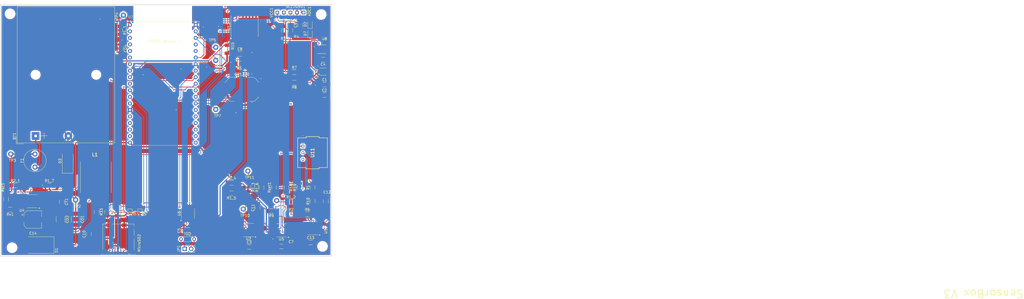
<source format=kicad_pcb>
(kicad_pcb (version 20240108) (generator "pcbnew") (generator_version "8.0")
  (layers (0 "F.Cu" signal) (31 "B.Cu" signal) (34 "B.Paste" user) (35 "F.Paste" user) (36 "B.SilkS" user "B.Silkscreen") (37 "F.SilkS" user "F.Silkscreen") (38 "B.Mask" user) (39 "F.Mask" user) (44 "Edge.Cuts" user))
  (net 0 "")
  (net 1 "extern_Sensor_Gpio_33")
  (net 2 "Net-(D3-A1)")
  (net 3 "GND1")
  (net 4 "VDD_3V3")
  (net 5 "VCC_Bat")
  (net 6 "VDD_5V")
  (net 7 "Net-(C11-Pad1)")
  (net 8 "Net-(C11-Pad2)")
  (net 9 "Net-(U13--)")
  (net 10 "Net-(C12-Pad2)")
  (net 11 "Net-(CR1220-+)")
  (net 12 "Net-(U4-TC)")
  (net 13 "Net-(D1-A)")
  (net 14 "SCL_GPIO22")
  (net 15 "SDA_GPIO21")
  (net 16 "Miso_GPIO19")
  (net 17 "Mosi_GPIO23")
  (net 18 "Net-(JP1-A)")
  (net 19 "Net-(JP1-B)")
  (net 20 "Net-(U4-Ipk)")
  (net 22 "SCK_GPIO18")
  (net 24 "CS_GPIO5")
  (net 26 "Net-(R1-Pad2)")
  (net 27 "Net-(U7-EN)")
  (net 28 "Ozon_out_ADC_GPIO27")
  (net 29 "VDD_2.5V")
  (net 30 "Net-(R1_3-Pad1)")
  (net 31 "Net-(U2-+)")
  (net 32 "Net-(U4-Vfb)")
  (net 33 "Net-(U13-+)")
  (net 34 "RTC_RST_GPIO16")
  (net 35 "RTC_32Khz_GPIO25")
  (net 36 "Net-(U5--)")
  (net 37 "Net-(R19-Pad1)")
  (net 38 "Net-(U5-+)")
  (net 39 "Net-(U4-DC)")
  (net 40 "RTC_INIT_GPIO4")
  (net 47 "Miso_GPIO12")
  (net 48 "CS_GPIO15")
  (net 49 "SCK_GPIO14")
  (net 54 "Net-(R1_2-Pad1)")
  (net 74 "Net-(D2-K)")
  (net 75 "Net-(D7-K)")
  (footprint "Package_SO:SOIC-8_3.9x4.9mm_P1.27mm" (layer "F.Cu") (at 24.384 88.138 180)
    (property "Reference" "U4")
    (property "Value" "MC33063AD")
  )
  (footprint "Capacitor_SMD:C_1206_3216Metric_Pad1.33x1.80mm_HandSolder" (layer "F.Cu") (at 35.814 88.3535 -90)
    (property "Reference" "CT1")
    (property "Value" "1500pF - 50V")
  )
  (footprint "Resistor_SMD:R_1206_3216Metric_Pad1.30x1.75mm_HandSolder" (layer "F.Cu") (at 53.415 92.282 -90)
    (property "Reference" "R20")
    (property "Value" "3k")
  )
  (footprint "Capacitor_SMD:C_1206_3216Metric_Pad1.33x1.80mm_HandSolder" (layer "F.Cu") (at 137.1215 33.274 180)
    (property "Reference" "C4")
    (property "Value" "100nF-50V")
  )
  (footprint "Resistor_SMD:R_1206_3216Metric_Pad1.30x1.75mm_HandSolder" (layer "F.Cu") (at 15.748 91.44 180)
    (property "Reference" "Rx1")
    (property "Value" "180R")
  )
  (footprint "Battery:BatteryHolder_LINX_BAT-HLD-012-SMT" (layer "F.Cu") (at 105.664 44.958 180)
    (property "Reference" "CR1220")
    (property "Value" "Battery")
  )
  (footprint "Capacitor_SMD:C_1206_3216Metric_Pad1.33x1.80mm_HandSolder" (layer "F.Cu") (at 137.7065 42.926)
    (property "Reference" "C1")
    (property "Value" "100nF-50V")
  )
  (footprint "Resistor_SMD:R_1206_3216Metric_Pad1.30x1.75mm_HandSolder" (layer "F.Cu") (at 57.225 92.282 -90)
    (property "Reference" "R21")
    (property "Value" "3k")
  )
  (footprint "Capacitor_SMD:CP_Elec_6.3x7.7" (layer "F.Cu") (at 24.544 95.25)
    (property "Reference" "C14")
    (property "Value" "100uF - 16V")
  )
  (footprint "Connector_Card:microSD_HC_Molex_104031-0811" (layer "F.Cu") (at 57.76 102.808 180)
    (property "Reference" "MicroSD2")
    (property "Value" "~")
  )
  (footprint "Resistor_SMD:R_1206_3216Metric_Pad1.30x1.75mm_HandSolder" (layer "F.Cu") (at 104.622 34.798 180)
    (property "Reference" "R5")
    (property "Value" "4.7k")
  )
  (footprint "Resistor_SMD:R_1206_3216Metric_Pad1.30x1.75mm_HandSolder" (layer "F.Cu") (at 131.038 93.218)
    (property "Reference" "R6")
    (property "Value" "20kR")
  )
  (footprint "Resistor_THT:R_Axial_DIN0204_L3.6mm_D1.6mm_P5.08mm_Horizontal" (layer "F.Cu") (at 82.042 102.87)
    (property "Reference" "TH2")
    (property "Value" "Type K")
  )
  (footprint "TestPoint:TestPoint_Loop_D1.80mm_Drill1.0mm_Beaded" (layer "F.Cu") (at 106.172 91.186)
    (property "Reference" "TP10")
    (property "Value" "TestPoint")
  )
  (footprint "Capacitor_SMD:C_1812_4532Metric_Pad1.57x3.40mm_HandSolder" (layer "F.Cu") (at 35.306 95.1445 -90)
    (property "Reference" "CO2")
    (property "Value" "33uF - 16V")
  )
  (footprint "ESP32_Wroom_e:ESP32_Wroom_E" (layer "F.Cu") (at 62.234 19.738)
    (property "Reference" "U7")
    (property "Value" "~")
  )
  (footprint "Resistor_SMD:R_1206_3216Metric_Pad1.30x1.75mm_HandSolder" (layer "F.Cu") (at 124.46 21.844 -90)
    (property "Reference" "R4")
    (property "Value" "100R")
  )
  (footprint "Resistor_SMD:R_1206_3216Metric_Pad1.30x1.75mm_HandSolder" (layer "F.Cu") (at 124.688 88.392)
    (property "Reference" "R1_2")
    (property "Value" "0R")
  )
  (footprint "Resistor_SMD:R_1206_3216Metric_Pad1.30x1.75mm_HandSolder" (layer "F.Cu") (at 17.78 82.042)
    (property "Reference" "R2_1")
    (property "Value" "6k8")
  )
  (footprint "Battery_Basket:BatteryHolder_Keystone_2479_3xAAA" (layer "F.Cu") (at 25.654 62.836 90)
    (property "Reference" "BT1")
    (property "Value" "BC3AAAPC")
  )
  (footprint "Resistor_SMD:R_1206_3216Metric_Pad1.30x1.75mm_HandSolder" (layer "F.Cu") (at 124.714 93.218)
    (property "Reference" "R2")
    (property "Value" "10kR")
  )
  (footprint "Capacitor_SMD:C_1206_3216Metric_Pad1.33x1.80mm_HandSolder" (layer "F.Cu") (at 46.303 100.9305 90)
    (property "Reference" "C10")
    (property "Value" "100nF-50V")
  )
  (footprint "TestPoint:TestPoint_Loop_D1.80mm_Drill1.0mm_Beaded" (layer "F.Cu") (at 41.148 87.63)
    (property "Reference" "TP2")
    (property "Value" "TestPoint")
  )
  (footprint "Resistor_SMD:R_1206_3216Metric_Pad1.30x1.75mm_HandSolder" (layer "F.Cu") (at 117.068 91.948 180)
    (property "Reference" "R9")
    (property "Value" "10kR")
  )
  (footprint "Capacitor_SMD:C_1206_3216Metric_Pad1.33x1.80mm_HandSolder" (layer "F.Cu") (at 111.76 90.678 90)
    (property "Reference" "C11")
    (property "Value" "100nF-50V")
  )
  (footprint "Resistor_SMD:R_1206_3216Metric_Pad1.30x1.75mm_HandSolder" (layer "F.Cu") (at 113.284 82.83 90)
    (property "Reference" "R1_6")
    (property "Value" "10kR")
  )
  (footprint "Ozonsensor:PS1O3100" (layer "F.Cu") (at 129.286 66.802 -90)
    (property "Reference" "U11")
    (property "Value" "PS1-O3-100" (hide yes))
  )
  (footprint "TestPoint:TestPoint_Loop_D1.80mm_Drill1.0mm_Beaded" (layer "F.Cu") (at 95.504 52.578)
    (property "Reference" "TP7")
    (property "Value" "TestPoint")
  )
  (footprint "Resistor_SMD:R_1206_3216Metric_Pad1.30x1.75mm_HandSolder" (layer "F.Cu") (at 14.224 87.376 90)
    (property "Reference" "Rsc1")
    (property "Value" "0R39")
  )
  (footprint "Capacitor_SMD:C_1206_3216Metric_Pad1.33x1.80mm_HandSolder" (layer "F.Cu") (at 120.9425 105.664)
    (property "Reference" "C7")
    (property "Value" "100nF-50V")
  )
  (footprint "Resistor_SMD:R_1206_3216Metric_Pad1.30x1.75mm_HandSolder" (layer "F.Cu") (at 99.822 29.21 90)
    (property "Reference" "R15")
    (property "Value" "4.7k")
  )
  (footprint "Resistor_SMD:R_1206_3216Metric_Pad1.30x1.75mm_HandSolder" (layer "F.Cu") (at 122.936 82.83 -90)
    (property "Reference" "R18")
    (property "Value" "10kR")
  )
  (footprint "TestPoint:TestPoint_Loop_D1.80mm_Drill1.0mm_Beaded" (layer "F.Cu") (at 59.69 16.002)
    (property "Reference" "TP4")
    (property "Value" "TestPoint")
  )
  (footprint "Resistor_SMD:R_1206_3216Metric_Pad1.30x1.75mm_HandSolder" (layer "F.Cu") (at 101.6 81.026)
    (property "Reference" "R1_4")
    (property "Value" "1kR")
  )
  (footprint "Capacitor_SMD:C_1206_3216Metric_Pad1.33x1.80mm_HandSolder" (layer "F.Cu") (at 58.674 28.956 -90)
    (property "Reference" "CO4")
    (property "Value" "100nF-50V")
  )
  (footprint "Connector_PinHeader_2.00mm:PinHeader_1x01_P2.00mm_Vertical" (layer "F.Cu") (at 129.54 14.986)
    (property "Reference" "ADC1")
    (property "Value" "Conn_01x01_Socket")
  )
  (footprint "BME280 (2):BME280" (layer "F.Cu") (at 137.114 37.887 180)
    (property "Reference" "U1")
    (property "Value" "BME280")
  )
  (footprint "Capacitor_SMD:C_1812_4532Metric_Pad1.57x3.40mm_HandSolder" (layer "F.Cu") (at 41.148 95.1445 -90)
    (property "Reference" "CO1")
    (property "Value" "33uF - 16V")
  )
  (footprint "Resistor_SMD:R_1206_3216Metric_Pad1.30x1.75mm_HandSolder" (layer "F.Cu") (at 133.07 82.83 90)
    (property "Reference" "R1")
    (property "Value" "10R")
  )
  (footprint "Resistor_SMD:R_1206_3216Metric_Pad1.30x1.75mm_HandSolder" (layer "F.Cu") (at 125.958 42.164 180)
    (property "Reference" "R8")
    (property "Value" "4.7k")
  )
  (footprint "TestPoint:TestPoint_Loop_D1.80mm_Drill1.0mm_Beaded" (layer "F.Cu") (at 107.95 76.454)
    (property "Reference" "TP11")
    (property "Value" "TestPoint")
  )
  (footprint "Resistor_SMD:R_1206_3216Metric_Pad1.30x1.75mm_HandSolder" (layer "F.Cu") (at 108.204 82.778 -90)
    (property "Reference" "R1_3")
    (property "Value" "1.3 kR")
  )
  (footprint "Capacitor_SMD:C_1206_3216Metric_Pad1.33x1.80mm_HandSolder" (layer "F.Cu") (at 104.8635 30.988)
    (property "Reference" "C8")
    (property "Value" "100nF-50V")
  )
  (footprint "Resistor_SMD:R_1206_3216Metric_Pad1.30x1.75mm_HandSolder" (layer "F.Cu") (at 58.42 21.87 -90)
    (property "Reference" "R1_1")
    (property "Value" "10k")
  )
  (footprint "TestPoint:TestPoint_Loop_D1.80mm_Drill1.0mm_Beaded" (layer "F.Cu") (at 95.504 33.528)
    (property "Reference" "TP6")
    (property "Value" "TestPoint")
  )
  (footprint "TestPoint:TestPoint_Loop_D1.80mm_Drill1.0mm_Beaded" (layer "F.Cu") (at 16.002 69.85)
    (property "Reference" "TP3")
    (property "Value" "TestPoint")
  )
  (footprint "Diode_SMD:D_SOD-323" (layer "F.Cu") (at 132.08 19.558 90)
    (property "Reference" "D2")
    (property "Value" "PESD3V3U1UA")
  )
  (footprint "Diode_SMD:D_SMB_Handsoldering" (layer "F.Cu") (at 38.1 72.55 90)
    (property "Reference" "D3")
    (property "Value" "SMBJ5.0A")
  )
  (footprint "Resistor_SMD:R_1206_3216Metric_Pad1.30x1.75mm_HandSolder" (layer "F.Cu") (at 128.016 82.83 90)
    (property "Reference" "R19")
    (property "Value" "10kR")
  )
  (footprint "Capacitor_SMD:C_1206_3216Metric_Pad1.33x1.80mm_HandSolder" (layer "F.Cu") (at 84.836 99.314 180)
    (property "Reference" "C5")
    (property "Value" "100nF-50V")
  )
  (footprint "L1_Spule:L1" (layer "F.Cu") (at 49.022 78.87 -90)
    (property "Reference" "L1")
    (property "Value" "56 uH - 2.1A" (hide yes))
  )
  (footprint "Capacitor_SMD:C_1206_3216Metric_Pad1.33x1.80mm_HandSolder" (layer "F.Cu") (at 128.27 19.8505 90)
    (property "Reference" "C9")
    (property "Value" "100nF-50V")
  )
  (footprint "Capacitor_SMD:C_1206_3216Metric_Pad1.33x1.80mm_HandSolder" (layer "F.Cu") (at 108.458 105.918)
    (property "Reference" "C3")
    (property "Value" "100nF-50V")
  )
  (footprint "Connector_PinHeader_2.00mm:PinHeader_1x01_P2.00mm_Vertical" (layer "F.Cu") (at 124.46 14.986)
    (property "Reference" "SCL1")
    (property "Value" "Conn_01x01_Socket")
  )
  (footprint "Resistor_SMD:R_1206_3216Metric_Pad1.30x1.75mm_HandSolder" (layer "F.Cu") (at 133.096 88.164 90)
    (property "Reference" "R10")
    (property "Value" "10kR")
  )
  (footprint "Diode_SMD:D_SOD-323" (layer "F.Cu") (at 66.115 92.756 -90)
    (property "Reference" "D4")
    (property "Value" "PESD3V3U1UA")
  )
  (footprint "Package_SO:SOIC-8_3.9x4.9mm_P1.27mm" (layer "F.Cu") (at 133.096 98.552 180)
    (property "Reference" "U13")
    (property "Value" "OPA197xD")
  )
  (footprint "Capacitor_SMD:C_1206_3216Metric_Pad1.33x1.80mm_HandSolder" (layer "F.Cu") (at 137.6295 46.99)
    (property "Reference" "C2")
    (property "Value" "100nF-50V")
  )
  (footprint "Diode_SMD:D_SOD-323" (layer "F.Cu") (at 62.305 92.756 -90)
    (property "Reference" "D5")
    (property "Value" "PESD3V3U1UA")
  )
  (footprint "Package_SO:SOIC-16W_7.5x10.3mm_P1.27mm" (layer "F.Cu") (at 106.68 20.32 90)
    (property "Reference" "U12")
    (property "Value" "DS3231M")
  )
  (footprint "Package_SO:SOIC-8_3.9x4.9mm_P1.27mm" (layer "F.Cu") (at 120.969 99.441 180)
    (property "Reference" "U5")
    (property "Value" "OPA197xD")
  )
  (footprint "Resistor_SMD:R_1206_3216Metric_Pad1.30x1.75mm_HandSolder" (layer "F.Cu") (at 118.11 82.83 90)
    (property "Reference" "Rset1")
    (property "Value" "10k")
  )
  (footprint "Resistor_SMD:R_1206_3216Metric_Pad1.30x1.75mm_HandSolder" (layer "F.Cu") (at 30.988 82.042)
    (property "Reference" "R1_7")
    (property "Value" "2k2")
  )
  (footprint "Package_SO:SOIC-8_3.9x4.9mm_P1.27mm" (layer "F.Cu") (at 84.709 92.899 90)
    (property "Reference" "U6")
    (property "Value" "MAX31855EASA")
  )
  (footprint "HPP_footprints:SON6_HPP845E131R5_TEC" (layer "F.Cu") (at 136.5861 29.226)
    (property "Reference" "U8")
    (property "Value" "HPP845E131R5")
  )
  (footprint "TestPoint:TestPoint_Loop_D1.80mm_Drill1.0mm_Beaded" (layer "F.Cu") (at 95.504 28.448)
    (property "Reference" "TP5")
    (property "Value" "TestPoint")
  )
  (footprint "Resistor_SMD:R_1206_3216Metric_Pad1.30x1.75mm_HandSolder" (layer "F.Cu") (at 49.351 92.282 -90)
    (property "Reference" "R33")
    (property "Value" "3k")
  )
  (footprint "TestPoint:TestPoint_Loop_D1.80mm_Drill1.0mm_Beaded" (layer "F.Cu") (at 119.126 87.884)
    (property "Reference" "TP1")
    (property "Value" "TestPoint")
  )
  (footprint "Fuse:Fuse_Littelfuse_372_D8.50mm" (layer "F.Cu") (at 25.4 74.93 90)
    (property "Reference" "F1")
    (property "Value" "Polyfuse_Small")
  )
  (footprint "Connector_PinHeader_2.00mm:PinHeader_1x01_P2.00mm_Vertical" (layer "F.Cu") (at 127 14.986)
    (property "Reference" "GND1")
    (property "Value" "Conn_01x01_Socket")
  )
  (footprint "Connector_PinHeader_2.54mm:PinHeader_1x02_P2.54mm_Vertical" (layer "F.Cu") (at 83.434 106.615 90)
    (property "Reference" "JP1")
    (property "Value" "Jumper_2_Bridged")
  )
  (footprint "Connector_PinHeader_2.00mm:PinHeader_1x01_P2.00mm_Vertical" (layer "F.Cu") (at 121.92 14.986)
    (property "Reference" "SDA/Signal1")
    (property "Value" "Conn_01x01_Socket")
  )
  (footprint "Connector_PinHeader_2.00mm:PinHeader_1x01_P2.00mm_Vertical" (layer "F.Cu") (at 119.38 14.986)
    (property "Reference" "VCC1")
    (property "Value" "Conn_01x01_Socket")
  )
  (footprint "Capacitor_SMD:C_1206_3216Metric_Pad1.33x1.80mm_HandSolder" (layer "F.Cu") (at 138.176 88.1765 -90)
    (property "Reference" "C12")
    (property "Value" "100nF-50V")
  )
  (footprint "Package_SO:SOIC-8_3.9x4.9mm_P1.27mm" (layer "F.Cu") (at 108.204 99.314 180)
    (property "Reference" "U2")
    (property "Value" "OPA197xD")
  )
  (footprint "Resistor_SMD:R_1206_3216Metric_Pad1.30x1.75mm_HandSolder" (layer "F.Cu") (at 121.92 21.844 -90)
    (property "Reference" "R3")
    (property "Value" "100R")
  )
  (footprint "Diode_SMD:D_SOD-323" (layer "F.Cu") (at 132.08 23.148 90)
    (property "Reference" "D7")
    (property "Value" "PESD3V3U1UA")
  )
  (footprint "Capacitor_SMD:C_1206_3216Metric_Pad1.33x1.80mm_HandSolder" (layer "F.Cu") (at 132.2955 104.14)
    (property "Reference" "C13")
    (property "Value" "100nF-50V")
  )
  (footprint "Resistor_SMD:R_1206_3216Metric_Pad1.30x1.75mm_HandSolder" (layer "F.Cu") (at 101.6 85.09 180)
    (property "Reference" "R1_5")
    (property "Value" "1kR")
  )
  (footprint "Resistor_SMD:R_1206_3216Metric_Pad1.30x1.75mm_HandSolder" (layer "F.Cu") (at 125.984 38.1 180)
    (property "Reference" "R7")
    (property "Value" "4.7k")
  )
  (footprint "Diode_SMD:D_SMB-SMC_Universal_Handsoldering" (layer "F.Cu") (at 27.178 105.156 180)
    (property "Reference" "D1")
    (property "Value" "1N5819")
  )
  (gr_circle (center 16.51 106.172) (end 18.11 106.172) (stroke (width 0.05)) (fill none) (layer "Edge.Cuts"))
  (gr_circle (center 136.906 105.664) (end 138.506 105.664) (stroke (width 0.05)) (fill none) (layer "Edge.Cuts"))
  (gr_circle (center 136.398 15.748) (end 137.998 15.748) (stroke (width 0.05)) (fill none) (layer "Edge.Cuts"))
  (gr_rect (start 11.938 11.938) (end 140.438 109.438) (stroke (width 0.2)) (fill none) (layer "Edge.Cuts"))
  (gr_circle (center 15.748 15.494) (end 17.348 15.494) (stroke (width 0.05)) (fill none) (layer "Edge.Cuts"))
  (gr_text "SensorBox V3" (at 408.94 122.174 180) (layer "F.SilkS") (effects (font (size 3 3) (thickness 0.3) (bold yes)) (justify left bottom)))
  (segment (start 128.563 13.247) (end 128.563 14.986) (width 0.25) (layer "F.Cu") (net 1))
  (segment (start 128.016 12.7) (end 128.563 13.247) (width 0.25) (layer "F.Cu") (net 1))
  (segment (start 128.563 14.986) (end 129.54 14.986) (width 0.25) (layer "F.Cu") (net 1))
  (segment (start 95.758 37.592) (end 98.044 37.592) (width 0.25) (layer "F.Cu") (net 1))
  (segment (start 62.234 37.518) (end 63.938 35.814) (width 0.25) (layer "F.Cu") (net 1))
  (segment (start 98.044 37.592) (end 98.806 36.83) (width 0.25) (layer "F.Cu") (net 1))
  (segment (start 63.938 35.814) (end 64.77 35.814) (width 0.25) (layer "F.Cu") (net 1))
  (segment (start 99.06 12.738) (end 99.098 12.7) (width 0.25) (layer "F.Cu") (net 1))
  (segment (start 99.098 12.7) (end 128.016 12.7) (width 0.25) (layer "F.Cu") (net 1))
  (segment (start 79.248 44.958) (end 83.566 44.958) (width 0.25) (layer "F.Cu") (net 1))
  (via (at 64.77 35.814) (size 0.6) (drill 0.3) (layers "F.Cu" "B.Cu") (net 1))
  (via (at 95.758 37.592) (size 0.6) (drill 0.3) (layers "F.Cu" "B.Cu") (net 1))
  (via (at 79.248 44.958) (size 0.6) (drill 0.3) (layers "F.Cu" "B.Cu") (net 1))
  (via (at 98.806 36.83) (size 0.6) (drill 0.3) (layers "F.Cu" "B.Cu") (net 1))
  (via (at 99.06 12.738) (size 0.6) (drill 0.3) (layers "F.Cu" "B.Cu") (net 1))
  (via (at 83.566 44.958) (size 0.6) (drill 0.3) (layers "F.Cu" "B.Cu") (net 1))
  (segment (start 70.104 35.814) (end 79.248 44.958) (width 0.25) (layer "B.Cu") (net 1))
  (segment (start 99.06 24.384) (end 97.79 25.654) (width 0.25) (layer "B.Cu") (net 1))
  (segment (start 99.06 12.738) (end 99.06 24.384) (width 0.25) (layer "B.Cu") (net 1))
  (segment (start 84.582 43.942) (end 89.408 43.942) (width 0.25) (layer "B.Cu") (net 1))
  (segment (start 97.79 25.654) (end 97.79 35.814) (width 0.25) (layer "B.Cu") (net 1))
  (segment (start 89.408 43.942) (end 95.758 37.592) (width 0.25) (layer "B.Cu") (net 1))
  (segment (start 83.566 44.958) (end 84.582 43.942) (width 0.25) (layer "B.Cu") (net 1))
  (segment (start 64.77 35.814) (end 70.104 35.814) (width 0.25) (layer "B.Cu") (net 1))
  (segment (start 97.79 35.814) (end 98.806 36.83) (width 0.25) (layer "B.Cu") (net 1))
  (segment (start 25.72 75.25) (end 25.4 74.93) (width 0.5) (layer "F.Cu") (net 2))
  (segment (start 38.1 75.25) (end 25.72 75.25) (width 0.5) (layer "F.Cu") (net 2))
  (segment (start 27.178 73.152) (end 25.4 74.93) (width 0.5) (layer "B.Cu") (net 2))
  (segment (start 27.178 66.1617) (end 27.178 73.152) (width 0.5) (layer "B.Cu") (net 2))
  (segment (start 25.654 64.6377) (end 27.178 66.1617) (width 0.5) (layer "B.Cu") (net 2))
  (segment (start 25.654 62.836) (end 25.654 64.6377) (width 0.5) (layer "B.Cu") (net 2))
  (segment (start 105.41 93.472) (end 106.617 93.472) (width 0.25) (layer "F.Cu") (net 3))
  (segment (start 108.369 107.569) (end 90.3964 107.569) (width 0.25) (layer "F.Cu") (net 3))
  (segment (start 125.418 104.844) (end 126.376 103.886) (width 0.25) (layer "F.Cu") (net 3))
  (segment (start 38.1 63.09) (end 38.354 62.836) (width 0.25) (layer "F.Cu") (net 3))
  (segment (start 137.16 36.322) (end 135.559 34.721) (width 0.2) (layer "F.Cu") (net 3))
  (segment (start 111.125 24.97) (end 109.855 24.97) (width 0.25) (layer "F.Cu") (net 3))
  (segment (start 134.366 101.6) (end 133.35 100.584) (width 0.25) (layer "F.Cu") (net 3))
  (segment (start 125.36 104.902) (end 125.418 104.844) (width 0.25) (layer "F.Cu") (net 3))
  (segment (start 135.559 33.274) (end 134.366 33.274) (width 0.2) (layer "F.Cu") (net 3))
  (segment (start 55.372 106.426) (end 52.324 106.426) (width 0.25) (layer "F.Cu") (net 3))
  (segment (start 91.364 38.608) (end 87.734 34.978) (width 0.25) (layer "F.Cu") (net 3))
  (segment (start 108.585 25.693) (end 108.585 24.97) (width 0.25) (layer "F.Cu") (net 3))
  (segment (start 126.376 98.552) (end 126.376 98.298) (width 0.25) (layer "F.Cu") (net 3))
  (segment (start 109.53 38.862) (end 109.276 38.608) (width 0.25) (layer "F.Cu") (net 3))
  (segment (start 109.855 24.97) (end 108.585 24.97) (width 0.25) (layer "F.Cu") (net 3))
  (segment (start 63.325 105.489) (end 63.325 108.133) (width 0.25) (layer "F.Cu") (net 3))
  (segment (start 110.554 97.409) (end 110.679 97.409) (width 0.25) (layer "F.Cu") (net 3))
  (segment (start 126.376 103.886) (end 126.376 99.441) (width 0.25) (layer "F.Cu") (net 3))
  (segment (start 139.192 98.044) (end 137.795 96.647) (width 0.25) (layer "F.Cu") (net 3))
  (segment (start 132.573 99.299) (end 132.573 97.9031) (width 0.25) (layer "F.Cu") (net 3))
  (segment (start 29.3188 81.9228) (end 29.438 82.042) (width 0.25) (layer "F.Cu") (net 3))
  (segment (start 25.781 88.773) (end 26.859 88.773) (width 0.25) (layer "F.Cu") (net 3))
  (segment (start 111.835 82.931) (end 106.19 82.931) (width 0.25) (layer "F.Cu") (net 3))
  (segment (start 57.742 104.859) (end 62.6947 104.859) (width 0.25) (layer "F.Cu") (net 3))
  (segment (start 106.426 30.988) (end 106.426 30.4165) (width 0.25) (layer "F.Cu") (net 3))
  (segment (start 106.426 30.4165) (end 109.53 30.4165) (width 0.25) (layer "F.Cu") (net 3))
  (segment (start 84.328 103.632) (end 83.2735 102.5775) (width 0.25) (layer "F.Cu") (net 3))
  (segment (start 110.0205 105.918) (end 110.02 105.918) (width 0.25) (layer "F.Cu") (net 3))
  (segment (start 88.5234 105.696) (end 88.5234 107.3106) (width 0.25) (layer "F.Cu") (net 3))
  (segment (start 88.5234 105.696) (end 87.584486 105.696) (width 0.25) (layer "F.Cu") (net 3))
  (segment (start 48.432 52.758) (end 62.234 52.758) (width 0.25) (layer "F.Cu") (net 3))
  (segment (start 106.19 82.931) (end 104.031 85.09) (width 0.25) (layer "F.Cu") (net 3))
  (segment (start 33.274 95.25) (end 35.306 97.282) (width 0.25) (layer "F.Cu") (net 3))
  (segment (start 32.639 88.773) (end 29.21 88.773) (width 0.25) (layer "F.Cu") (net 3))
  (segment (start 134.035 49.022) (end 109.728 49.022) (width 0.25) (layer "F.Cu") (net 3))
  (segment (start 55.372 106.426) (end 55.372 108.251) (width 0.25) (layer "F.Cu") (net 3))
  (segment (start 109.855 15.67) (end 111.125 15.67) (width 0.25) (layer "F.Cu") (net 3))
  (segment (start 29.438 82.042) (end 29.438 83.654) (width 0.25) (layer "F.Cu") (net 3))
  (segment (start 90.3964 107.569) (end 88.5234 105.696) (width 0.25) (layer "F.Cu") (net 3))
  (segment (start 138.938 102.362) (end 139.109 102.191) (width 0.25) (layer "F.Cu") (net 3))
  (segment (start 88.5234 107.3106) (end 87.701 108.133) (width 0.25) (layer "F.Cu") (net 3))
  (segment (start 111.125 13.9888) (end 110.5982 13.462) (width 0.25) (layer "F.Cu") (net 3))
  (segment (start 127 16.764) (end 127 14.986) (width 0.25) (layer "F.Cu") (net 3))
  (segment (start 132.08 18.508) (end 133.223 19.651) (width 0.25) (layer "F.Cu") (net 3))
  (segment (start 125.36 104.902) (end 125.418 104.844) (width 0.25) (layer "F.Cu") (net 3))
  (segment (start 139.109 101.059) (end 139.192 100.976) (width 0.25) (layer "F.Cu") (net 3))
  (segment (start 104.031 92.093) (end 105.41 93.472) (width 0.25) (layer "F.Cu") (net 3))
  (segment (start 44.196 103.124) (end 44.196 101.475) (width 0.25) (layer "F.Cu") (net 3))
  (segment (start 103.15 85.09) (end 104.031 85.09) (width 0.25) (layer "F.Cu") (net 3))
  (segment (start 128.27 18.288) (end 128.27 18.161) (width 0.25) (layer "F.Cu") (net 3))
  (segment (start 134.35 29.226) (end 135.128 29.226) (width 0.2) (layer "F.Cu") (net 3))
  (segment (start 137.16 36.957) (end 137.16 38.227) (width 0.2) (layer "F.Cu") (net 3))
  (segment (start 128.27 18.034) (end 127 16.764) (width 0.25) (layer "F.Cu") (net 3))
  (segment (start 43.234 99.368) (end 41.148 97.282) (width 0.25) (layer "F.Cu") (net 3))
  (segment (start 87.584486 105.696) (end 85.520486 103.632) (width 0.25) (layer "F.Cu") (net 3))
  (segment (start 61.0823 95.374) (end 66.115 95.374) (width 0.25) (layer "F.Cu") (net 3))
  (segment (start 60 97.433) (end 60 96.4563) (width 0.25) (layer "F.Cu") (net 3))
  (segment (start 139.192 100.976) (end 139.192 98.044) (width 0.25) (layer "F.Cu") (net 3))
  (segment (start 107.315 28.956) (end 107.315 26.963) (width 0.25) (layer "F.Cu") (net 3))
  (segment (start 137.16 38.608) (end 137.16 38.227) (width 0.2) (layer "F.Cu") (net 3))
  (segment (start 134.366 33.274) (end 134.112 33.02) (width 0.2) (layer "F.Cu") (net 3))
  (segment (start 57.023 104.14) (end 57.742 104.859) (width 0.25) (layer "F.Cu") (net 3))
  (segment (start 108.52 47.8138) (end 109.53 47.8138) (width 0.25) (layer "F.Cu") (net 3))
  (segment (start 113.157 98.701) (end 113.157 99.1417) (width 0.25) (layer "F.Cu") (net 3))
  (segment (start 137.16 38.608) (end 136.906 38.862) (width 0.2) (layer "F.Cu") (net 3))
  (segment (start 82.804 97.282) (end 82.804 95.374) (width 0.25) (layer "F.Cu") (net 3))
  (segment (start 136.067 46.99) (end 134.035 49.022) (width 0.25) (layer "F.Cu") (net 3))
  (segment (start 134.112 102.362) (end 138.938 102.362) (width 0.25) (layer "F.Cu") (net 3))
  (segment (start 55.6693 104.14) (end 57.023 104.14) (width 0.25) (layer "F.Cu") (net 3))
  (segment (start 136.144 44.958) (end 136.144 42.926) (width 0.25) (layer "F.Cu") (net 3))
  (segment (start 29.438 83.654) (end 26.859 86.233) (width 0.25) (layer "F.Cu") (net 3))
  (segment (start 138.084 38.212) (end 137.175 38.212) (width 0.2) (layer "F.Cu") (net 3))
  (segment (start 27.244 95.25) (end 29.21 93.284) (width 0.25) (layer "F.Cu") (net 3))
  (segment (start 128.27 18.161) (end 128.27 18.034) (width 0.25) (layer "F.Cu") (net 3))
  (segment (start 139.109 102.191) (end 139.109 101.6) (width 0.25) (layer "F.Cu") (net 3))
  (segment (start 52.324 106.426) (end 52.005 106.745) (width 0.25) (layer "F.Cu") (net 3))
  (segment (start 137.795 96.647) (end 135.571 96.647) (width 0.25) (layer "F.Cu") (net 3))
  (segment (start 104.031 85.09) (end 104.031 92.093) (width 0.25) (layer "F.Cu") (net 3))
  (segment (start 113.157 105.283) (end 113.168 105.272) (width 0.25) (layer "F.Cu") (net 3))
  (segment (start 105.664 44.958) (end 108.52 47.8138) (width 0.25) (layer "F.Cu") (net 3))
  (segment (start 136.906 38.862) (end 136.144 38.862) (width 0.2) (layer "F.Cu") (net 3))
  (segment (start 133.223 20.955) (end 132.08 22.098) (width 0.25) (layer "F.Cu") (net 3))
  (segment (start 54.03 98.499) (end 54.03 97.433) (width 0.25) (layer "F.Cu") (net 3))
  (segment (start 46.303 99.368) (end 53.161 99.368) (width 0.25) (layer "F.Cu") (net 3))
  (segment (start 135.559 33.274) (end 135.559 34.721) (width 0.2) (layer "F.Cu") (net 3))
  (segment (start 126.619 13.335) (end 111.7788 13.335) (width 0.25) (layer "F.Cu") (net 3))
  (segment (start 85.520486 103.632) (end 84.328 103.632) (width 0.25) (layer "F.Cu") (net 3))
  (segment (start 111.887 97.409) (end 113.168 98.69) (width 0.25) (layer "F.Cu") (net 3))
  (segment (start 35.814 89.916) (end 33.782 89.916) (width 0.25) (layer "F.Cu") (net 3))
  (segment (start 94.01 13.462) (end 87.734 19.738) (width 0.25) (layer "F.Cu") (net 3))
  (segment (start 136.067 46.99) (end 136.067 45.035) (width 0.25) (layer "F.Cu") (net 3))
  (segment (start 112.522 105.918) (end 110.0205 105.918) (width 0.25) (layer "F.Cu") (net 3))
  (segment (start 132.588 93.218) (end 132.588 97.9031) (width 0.25) (layer "F.Cu") (net 3))
  (segment (start 25.527 86.233) (end 25.146 86.614) (width 0.25) (layer "F.Cu") (net 3))
  (segment (start 133.858 104.14) (end 133.858 102.616) (width 0.25) (layer "F.Cu") (net 3))
  (segment (start 52.005 108.509) (end 49.581 108.509) (width 0.25) (layer "F.Cu") (net 3))
  (segment (start 134.112 43.18) (end 134.366 42.926) (width 0.2) (layer "F.Cu") (net 3))
  (segment (start 126.376 98.298) (end 125.614 97.536) (width 0.25) (layer "F.Cu") (net 3))
  (segment (start 41.148 97.282) (end 35.306 97.282) (width 0.25) (layer "F.Cu") (net 3))
  (segment (start 128.27 18.161) (end 131.733 18.161) (width 0.25) (layer "F.Cu") (net 3))
  (segment (start 38.1 69.85) (end 38.1 63.09) (width 0.25) (layer "F.Cu") (net 3))
  (segment (start 106.617 93.472) (end 110.554 97.409) (width 0.25) (layer "F.Cu") (net 3))
  (segment (start 29.21 88.773) (end 26.859 88.773) (width 0.25) (layer "F.Cu") (net 3))
  (segment (start 28.2714 81.9228) (end 29.3188 81.9228) (width 0.25) (layer "F.Cu") (net 3))
  (segment (start 139.109 101.6) (end 139.109 101.059) (width 0.25) (layer "F.Cu") (net 3))
  (segment (start 133.35 100.584) (end 133.35 100.076) (width 0.25) (layer "F.Cu") (net 3))
  (segment (start 110.02 105.918) (end 108.369 107.569) (width 0.25) (layer "F.Cu") (net 3))
  (segment (start 134.112 29.464) (end 134.35 29.226) (width 0.2) (layer "F.Cu") (net 3))
  (segment (start 83.2735 102.5775) (end 83.2735 99.314) (width 0.25) (layer "F.Cu") (net 3))
  (segment (start 33.782 89.916) (end 32.639 88.773) (width 0.25) (layer "F.Cu") (net 3))
  (segment (start 87.701 108.133) (end 63.325 108.133) (width 0.25) (layer "F.Cu") (net 3))
  (segment (start 138.084 36.912) (end 137.205 36.912) (width 0.2) (layer "F.Cu") (net 3))
  (segment (start 113.157 99.1417) (end 113.157 105.283) (width 0.25) (layer "F.Cu") (net 3))
  (segment (start 137.16 36.957) (end 137.16 36.322) (width 0.2) (layer "F.Cu") (net 3))
  (segment (start 137.205 36.912) (end 137.16 36.957) (width 0.2) (layer "F.Cu") (net 3))
  (segment (start 133.223 19.651) (end 133.223 20.955) (width 0.25) (layer "F.Cu") (net 3))
  (segment (start 52.005 106.745) (end 52.005 107.908) (width 0.25) (layer "F.Cu") (net 3))
  (segment (start 113.284 84.38) (end 111.835 82.931) (width 0.25) (layer "F.Cu") (net 3))
  (segment (start 134.112 33.02) (end 134.112 29.464) (width 0.2) (layer "F.Cu") (net 3))
  (segment (start 111.125 13.9888) (end 111.125 15.67) (width 0.25) (layer "F.Cu") (net 3))
  (segment (start 113.157 105.283) (end 112.522 105.918) (width 0.25) (layer "F.Cu") (net 3))
  (segment (start 49.581 108.509) (end 44.196 103.124) (width 0.25) (layer "F.Cu") (net 3))
  (segment (start 110.679 97.409) (end 111.887 97.409) (width 0.25) (layer "F.Cu") (net 3))
  (segment (start 83.2735 97.7515) (end 82.804 97.282) (width 0.25) (layer "F.Cu") (net 3))
  (segment (start 55.372 108.251) (end 55.365 108.258) (width 0.25) (layer "F.Cu") (net 3))
  (segment (start 137.16 38.227) (end 137.175 38.212) (width 0.2) (layer "F.Cu") (net 3))
  (segment (start 136.067 45.035) (end 136.144 44.958) (width 0.25) (layer "F.Cu") (net 3))
  (segment (start 108.585 15.67) (end 109.855 15.67) (width 0.25) (layer "F.Cu") (net 3))
  (segment (start 106.045 15.67) (end 107.315 15.67) (width 0.25) (layer "F.Cu") (net 3))
  (segment (start 122.505 105.664) (end 124.598 105.664) (width 0.25) (layer "F.Cu") (net 3))
  (segment (start 139.109 101.6) (end 134.366 101.6) (width 0.25) (layer "F.Cu") (net 3))
  (segment (start 109.728 49.022) (end 105.664 44.958) (width 0.25) (layer "F.Cu") (net 3))
  (segment (start 52.005 107.908) (end 52.005 108.509) (width 0.25) (layer "F.Cu") (net 3))
  (segment (start 107.315 15.67) (end 108.585 15.67) (width 0.25) (layer "F.Cu") (net 3))
  (segment (start 109.276 38.608) (end 91.364 38.608) (width 0.25) (layer "F.Cu") (net 3))
  (segment (start 133.858 102.616) (end 134.112 102.362) (width 0.25) (layer "F.Cu") (net 3))
  (segment (start 60 96.4563) (end 61.0823 95.374) (width 0.25) (layer "F.Cu") (net 3))
  (segment (start 25.146 86.614) (end 25.146 88.138) (width 0.25) (layer "F.Cu") (net 3))
  (segment (start 126.376 99.441) (end 126.376 98.552) (width 0.25) (layer "F.Cu") (net 3))
  (segment (start 53.161 99.368) (end 54.03 98.499) (width 0.25) (layer "F.Cu") (net 3))
  (segment (start 124.598 105.664) (end 125.36 104.902) (width 0.25) (layer "F.Cu") (net 3))
  (segment (start 125.614 97.536) (end 123.444 97.536) (width 0.25) (layer "F.Cu") (net 3))
  (segment (start 127 14.986) (end 127 13.716) (width 0.25) (layer "F.Cu") (net 3))
  (segment (start 66.115 95.374) (end 66.115 93.806) (width 0.25) (layer "F.Cu") (net 3))
  (segment (start 131.733 18.161) (end 132.08 18.508) (width 0.25) (layer "F.Cu") (net 3))
  (segment (start 106.426 30.4165) (end 106.426 29.845) (width 0.25) (layer "F.Cu") (net 3))
  (segment (start 82.804 95.374) (end 66.115 95.374) (width 0.25) (layer "F.Cu") (net 3))
  (segment (start 26.859 86.233) (end 25.527 86.233) (width 0.25) (layer "F.Cu") (net 3))
  (segment (start 110.5982 13.462) (end 94.01 13.462) (width 0.25) (layer "F.Cu") (net 3))
  (segment (start 111.7788 13.335) (end 111.125 13.9888) (width 0.25) (layer "F.Cu") (net 3))
  (segment (start 107.315 26.963) (end 108.585 25.693) (width 0.25) (layer "F.Cu") (net 3))
  (segment (start 29.21 93.284) (end 29.21 88.773) (width 0.25) (layer "F.Cu") (net 3))
  (segment (start 134.366 42.926) (end 136.144 42.926) (width 0.2) (layer "F.Cu") (net 3))
  (segment (start 106.426 29.845) (end 107.315 28.956) (width 0.25) (layer "F.Cu") (net 3))
  (segment (start 46.303 99.368) (end 43.234 99.368) (width 0.25) (layer "F.Cu") (net 3))
  (segment (start 83.2735 99.314) (end 83.2735 97.7515) (width 0.25) (layer "F.Cu") (net 3))
  (segment (start 66.115 93.806) (end 62.305 93.806) (width 0.25) (layer "F.Cu") (net 3))
  (segment (start 62.234 52.758) (end 80.1317 52.758) (width 0.25) (layer "F.Cu") (net 3))
  (segment (start 107.315 26.963) (end 107.315 24.97) (width 0.25) (layer "F.Cu") (net 3))
  (segment (start 44.196 101.475) (end 46.303 99.368) (width 0.25) (layer "F.Cu") (net 3))
  (segment (start 113.168 98.69) (end 113.157 98.701) (width 0.25) (layer "F.Cu") (net 3))
  (segment (start 127 13.716) (end 126.619 13.335) (width 0.25) (layer "F.Cu") (net 3))
  (segment (start 133.35 100.076) (end 132.573 99.299) (width 0.25) (layer "F.Cu") (net 3))
  (segment (start 62.6947 104.859) (end 63.325 105.489) (width 0.25) (layer "F.Cu") (net 3))
  (segment (start 38.354 62.836) (end 48.432 52.758) (width 0.25) (layer "F.Cu") (net 3))
  (segment (start 27.244 95.25) (end 33.274 95.25) (width 0.25) (layer "F.Cu") (net 3))
  (segment (start 25.146 88.138) (end 25.781 88.773) (width 0.25) (layer "F.Cu") (net 3))
  (via (at 109.53 49.75) (size 0.6) (drill 0.3) (layers "F.Cu" "B.Cu") (net 3))
  (via (at 82.042 36.83) (size 0.6) (drill 0.3) (layers "F.Cu" "B.Cu") (net 3))
  (via (at 59.182 25.654) (size 0.6) (drill 0.3) (layers "F.Cu" "B.Cu") (net 3))
  (via (at 91.948 36.068) (size 0.6) (drill 0.3) (layers "F.Cu" "B.Cu") (net 3))
  (via (at 109.53 38.862) (size 0.6) (drill 0.3) (layers "F.Cu" "B.Cu") (net 3))
  (via (at 50.546 17.526) (size 0.6) (drill 0.3) (layers "F.Cu" "B.Cu") (net 3))
  (via (at 96.52 20.32) (size 0.6) (drill 0.3) (layers "F.Cu" "B.Cu") (net 3))
  (via (at 55.6693 104.14) (size 0.6) (drill 0.3) (layers "F.Cu" "B.Cu") (net 3))
  (via (at 103.378 53.848) (size 0.6) (drill 0.3) (layers "F.Cu" "B.Cu") (net 3))
  (via (at 113.03 40.64) (size 0.6) (drill 0.3) (layers "F.Cu" "B.Cu") (net 3))
  (via (at 90.678 20.574) (size 0.6) (drill 0.3) (layers "F.Cu" "B.Cu") (net 3))
  (via (at 134.112 43.18) (size 0.6) (drill 0.3) (layers "F.Cu" "B.Cu") (net 3))
  (via (at 28.2714 81.9228) (size 0.6) (drill 0.3) (layers "F.Cu" "B.Cu") (net 3))
  (via (at 67.31 39.116) (size 0.6) (drill 0.3) (layers "F.Cu" "B.Cu") (net 3))
  (via (at 109.53 30.4165) (size 0.6) (drill 0.3) (layers "F.Cu" "B.Cu") (net 3))
  (via (at 55.372 106.426) (size 0.6) (drill 0.3) (layers "F.Cu" "B.Cu") (net 3))
  (via (at 117.602 102.743) (size 0.6) (drill 0.3) (layers "F.Cu" "B.Cu") (net 3))
  (via (at 101.346 34.29) (size 0.6) (drill 0.3) (layers "F.Cu" "B.Cu") (net 3))
  (via (at 135.128 35.687) (size 0.6) (drill 0.3) (layers "F.Cu" "B.Cu") (net 3))
  (via (at 80.1317 52.758) (size 0.6) (drill 0.3) (layers "F.Cu" "B.Cu") (net 3))
  (segment (start 55.6693 106.1287) (end 55.372 106.426) (width 0.25) (layer "B.Cu") (net 3))
  (segment (start 38.354 62.836) (end 38.354 66.04) (width 0.25) (layer "B.Cu") (net 3))
  (segment (start 55.6693 104.14) (end 55.6693 106.1287) (width 0.25) (layer "B.Cu") (net 3))
  (segment (start 80.1317 42.5803) (end 80.1317 52.758) (width 0.25) (layer "B.Cu") (net 3))
  (segment (start 87.734 34.978) (end 80.1317 42.5803) (width 0.25) (layer "B.Cu") (net 3))
  (segment (start 109.53 38.862) (end 109.53 30.4165) (width 0.25) (layer "B.Cu") (net 3))
  (segment (start 38.354 66.04) (end 28.2714 76.1226) (width 0.25) (layer "B.Cu") (net 3))
  (segment (start 109.53 49.75) (end 109.53 38.862) (width 0.25) (layer "B.Cu") (net 3))
  (segment (start 28.2714 76.1226) (end 28.2714 81.9228) (width 0.25) (layer "B.Cu") (net 3))
  (segment (start 103.378 105.918) (end 102.616 105.156) (width 0.45) (layer "F.Cu") (net 4))
  (segment (start 86.614 93.86185) (end 96.56605 93.86185) (width 0.45) (layer "F.Cu") (net 4))
  (segment (start 138.684 35.052) (end 139.319 35.687) (width 0.45) (layer "F.Cu") (net 4))
  (segment (start 62.23 18.796) (end 59.69 18.796) (width 0.45) (layer "F.Cu") (net 4))
  (segment (start 139.222 37.562) (end 138.084 37.562) (width 0.3) (layer "F.Cu") (net 4))
  (segment (start 61.695497 93.131) (end 61.620497 93.056) (width 0.45) (layer "F.Cu") (net 4))
  (segment (start 139.319 35.687) (end 139.319 37.465) (width 0.45) (layer "F.Cu") (net 4))
  (segment (start 138.0442 29.226) (end 138.044 29.226) (width 0.45) (layer "F.Cu") (net 4))
  (segment (start 124.408 40.132) (end 124.408 42.164) (width 0.45) (layer "F.Cu") (net 4))
  (segment (start 56.896 105.41) (end 55.372 105.41) (width 0.45) (layer "F.Cu") (net 4))
  (segment (start 58.801 20.701) (end 61.271 20.701) (width 0.45) (layer "F.Cu") (net 4))
  (segment (start 86.614 93.86185) (end 86.614 95.374) (width 0.45) (layer "F.Cu") (net 4))
  (segment (start 133.096 40.132) (end 124.408 40.132) (width 0.45) (layer "F.Cu") (net 4))
  (segment (start 103.505 24.97) (end 103.505 28.829) (width 0.45) (layer "F.Cu") (net 4))
  (segment (start 54.483 104.521) (end 54.483 102.493) (width 0.45) (layer "F.Cu") (net 4))
  (segment (start 103.505 28.829) (end 103.301 29.033) (width 0.45) (layer "F.Cu") (net 4))
  (segment (start 106.091 37.8174) (end 106.86 37.8174) (width 0.45) (layer "F.Cu") (net 4))
  (segment (start 103.759 99.949) (end 105.729 99.949) (width 0.45) (layer "F.Cu") (net 4))
  (segment (start 139.319 37.465) (end 139.269 37.515) (width 0.45) (layer "F.Cu") (net 4))
  (segment (start 139.446 31.242) (end 139.446 29.464) (width 0.45) (layer "F.Cu") (net 4))
  (segment (start 103.072 31.217) (end 103.072 34.798) (width 0.45) (layer "F.Cu") (net 4))
  (segment (start 85.98865 93.2365) (end 84.7283 93.2365) (width 0.45) (layer "F.Cu") (net 4))
  (segment (start 124.234 37.9262) (end 124.408 38.1) (width 0.45) (layer "F.Cu") (net 4))
  (segment (start 58.546 30.3905) (end 58.674 30.5185) (width 0.45) (layer "F.Cu") (net 4))
  (segment (start 59.69 18.796) (end 59.182 18.288) (width 0.45) (layer "F.Cu") (net 4))
  (segment (start 139.269 45.135) (end 139.192 45.212) (width 0.45) (layer "F.Cu") (net 4))
  (segment (start 61.620497 93.056) (end 60.868 93.056) (width 0.45) (layer "F.Cu") (net 4))
  (segment (start 55.88 101.731) (end 55.118 102.493) (width 0.45) (layer "F.Cu") (net 4))
  (segment (start 102.616 105.156) (end 102.616 101.092) (width 0.45) (layer "F.Cu") (net 4))
  (segment (start 103.301 29.033) (end 103.301 30.0105) (width 0.45) (layer "F.Cu") (net 4))
  (segment (start 57.565 108.258) (end 57.565 106.079) (width 0.45) (layer "F.Cu") (net 4))
  (segment (start 87.0335 99.949) (end 86.3985 99.314) (width 0.45) (layer "F.Cu") (net 4))
  (segment (start 96.56605 93.86185) (end 97.1914 93.2365) (width 0.45) (layer "F.Cu") (net 4))
  (segment (start 139.192 45.212) (end 139.192 46.99) (width 0.45) (layer "F.Cu") (net 4))
  (segment (start 119.38 17.526) (end 119.38 14.986) (width 0.45) (layer "F.Cu") (net 4))
  (segment (start 100.572 30.0105) (end 99.822 30.76) (width 0.45) (layer "F.Cu") (net 4))
  (segment (start 86.614 97.536) (end 86.614 95.374) (width 0.45) (layer "F.Cu") (net 4))
  (segment (start 138.684 35.052) (end 138.684 33.274) (width 0.45) (layer "F.Cu") (net 4))
  (segment (start 135.016 38.212) (end 133.096 40.132) (width 0.45) (layer "F.Cu") (net 4))
  (segment (start 139.269 40.971) (end 139.269 40.132) (width 0.45) (layer "F.Cu") (net 4))
  (segment (start 103.759 99.949) (end 87.0335 99.949) (width 0.45) (layer "F.Cu") (net 4))
  (segment (start 139.208 29.226) (end 138.0442 29.226) (width 0.45) (layer "F.Cu") (net 4))
  (segment (start 55.3684 93.832) (end 55.88 94.3436) (width 0.45) (layer "F.Cu") (net 4))
  (segment (start 139.269 42.926) (end 139.269 45.135) (width 0.45) (layer "F.Cu") (net 4))
  (segment (start 124.408 38.1) (end 124.434 38.1) (width 0.45) (layer "F.Cu") (net 4))
  (segment (start 128.27 20.574) (end 125.984 18.288) (width 0.45) (layer "F.Cu") (net 4))
  (segment (start 58.674 33.782) (end 60.198 33.782) (width 0.45) (layer "F.Cu") (net 4))
  (segment (start 139.269 37.515) (end 139.269 38.862) (width 0.45) (layer "F.Cu") (net 4))
  (segment (start 55.118 102.493) (end 54.864 102.493) (width 0.45) (layer "F.Cu") (net 4))
  (segment (start 55.372 105.41) (end 54.483 104.521) (width 0.45) (layer "F.Cu") (net 4))
  (segment (start 133.096 40.132) (end 133.935 40.971) (width 0.45) (layer "F.Cu") (net 4))
  (segment (start 54.864 102.493) (end 54.483 102.493) (width 0.45) (layer "F.Cu") (net 4))
  (segment (start 54.483 102.493) (end 46.303 102.493) (width 0.45) (layer "F.Cu") (net 4))
  (segment (start 98.044 35.56) (end 99.822 33.782) (width 0.45) (layer "F.Cu") (net 4))
  (segment (start 138.684 32.004) (end 139.446 31.242) (width 0.45) (layer "F.Cu") (net 4))
  (segment (start 62.195 19.777) (end 62.234 19.738) (width 0.45) (layer "F.Cu") (net 4))
  (segment (start 60.868 93.056) (end 60.092 93.832) (width 0.45) (layer "F.Cu") (net 4))
  (segment (start 139.269 40.132) (end 139.269 38.862) (width 0.45) (layer "F.Cu") (net 4))
  (segment (start 86.3985 97.7515) (end 86.614 97.536) (width 0.45) (layer "F.Cu") (net 4))
  (segment (start 128.27 21.413) (end 128.27 20.574) (width 0.45) (layer "F.Cu") (net 4))
  (segment (start 124.408 39.292) (end 124.408 40.132) (width 0.45) (layer "F.Cu") (net 4))
  (segment (start 139.269 42.926) (end 139.269 40.971) (width 0.45) (layer "F.Cu") (net 4))
  (segment (start 57.225 93.832) (end 55.3684 93.832) (width 0.45) (layer "F.Cu") (net 4))
  (segment (start 54.102 19.05) (end 54.102 29.21) (width 0.45) (layer "F.Cu") (net 4))
  (segment (start 55.88 94.3436) (end 55.88 101.731) (width 0.45) (layer "F.Cu") (net 4))
  (segment (start 96.012 35.56) (end 98.044 35.56) (width 0.45) (layer "F.Cu") (net 4))
  (segment (start 84.7283 93.2365) (end 84.4928 93.472) (width 0.45) (layer "F.Cu") (net 4))
  (segment (start 133.935 40.971) (end 139.269 40.971) (width 0.45) (layer "F.Cu") (net 4))
  (segment (start 106.896 105.918) (end 106.8955 105.918) (width 0.45) (layer "F.Cu") (net 4))
  (segment (start 62.234 19.738) (end 62.23 19.734) (width 0.45) (layer "F.Cu") (net 4))
  (segment (start 61.271 20.701) (end 62.234 19.738) (width 0.45) (layer "F.Cu") (net 4))
  (segment (start 138.084 38.862) (end 139.269 38.862) (width 0.3) (layer "F.Cu") (net 4))
  (segment (start 139.446 29.464) (end 139.208 29.226) (width 0.45) (layer "F.Cu") (net 4))
  (segment (start 85.98865 93.2365) (end 86.614 93.86185) (width 0.45) (layer "F.Cu") (net 4))
  (segment (start 124.408 38.1) (end 124.408 39.292) (width 0.45) (layer "F.Cu") (net 4))
  (segment (start 103.301 30.0105) (end 103.301 30.988) (width 0.45) (layer "F.Cu") (net 4))
  (segment (start 103.072 34.798) (end 106.091 37.8174) (width 0.45) (layer "F.Cu") (net 4))
  (segment (start 135.016 38.212) (end 136.144 38.212) (width 0.3) (layer "F.Cu") (net 4))
  (segment (start 58.42 20.32) (end 58.801 20.701) (width 0.45) (layer "F.Cu") (net 4))
  (segment (start 67.818 93.472) (end 67.31 92.964) (width 0.45) (layer "F.Cu") (net 4))
  (segment (start 103.301 30.0105) (end 100.572 30.0105) (width 0.45) (layer "F.Cu") (net 4))
  (segment (start 60.092 93.832) (end 57.225 93.832) (width 0.45) (layer "F.Cu") (net 4))
  (segment (start 53.415 93.832) (end 49.351 93.832) (width 0.45) (layer "F.Cu") (net 4))
  (segment (start 67.31 92.964) (end 67.056 92.964) (width 0.45) (layer "F.Cu") (net 4))
  (segment (start 57.565 106.079) (end 56.896 105.41) (width 0.45) (layer "F.Cu") (net 4))
  (segment (start 86.3985 99.314) (end 86.3985 97.7515) (width 0.45) (layer "F.Cu") (net 4))
  (segment (start 102.616 101.092) (end 103.759 99.949) (width 0.45) (layer "F.Cu") (net 4))
  (segment (start 54.864 18.288) (end 54.102 19.05) (width 0.45) (layer "F.Cu") (net 4))
  (segment (start 59.182 18.288) (end 54.864 18.288) (width 0.45) (layer "F.Cu") (net 4))
  (segment (start 99.822 33.782) (end 99.822 30.76) (width 0.45) (layer "F.Cu") (net 4))
  (segment (start 57.2538 30.3905) (end 58.546 30.3905) (width 0.45) (layer "F.Cu") (net 4))
  (segment (start 138.684 33.274) (end 138.684 32.004) (width 0.45) (layer "F.Cu") (net 4))
  (segment (start 106.8955 105.918) (end 103.378 105.918) (width 0.45) (layer "F.Cu") (net 4))
  (segment (start 122.472 37.8174) (end 106.86 37.8174) (width 0.45) (layer "F.Cu") (net 4))
  (segment (start 54.102 29.21) (end 58.674 33.782) (width 0.45) (layer "F.Cu") (net 4))
  (segment (start 55.3684 93.832) (end 53.415 93.832) (width 0.45) (layer "F.Cu") (net 4))
  (segment (start 122.581 37.9262) (end 124.234 37.9262) (width 0.45) (layer "F.Cu") (net 4))
  (segment (start 122.581 37.9262) (end 122.472 37.8174) (width 0.45) (layer "F.Cu") (net 4))
  (segment (start 84.4928 93.472) (end 67.818 93.472) (width 0.45) (layer "F.Cu") (net 4))
  (segment (start 62.23 19.734) (end 62.23 18.796) (width 0.45) (layer "F.Cu") (net 4))
  (segment (start 103.301 30.988) (end 103.072 31.217) (width 0.45) (layer "F.Cu") (net 4))
  (via (at 57.2538 30.3905) (size 0.6) (drill 0.3) (layers "F.Cu" "B.Cu") (net 4))
  (via (at 122.581 37.9262) (size 0.6) (drill 0.3) (layers "F.Cu" "B.Cu") (net 4))
  (via (at 97.1914 93.2365) (size 0.6) (drill 0.3) (layers "F.Cu" "B.Cu") (net 4))
  (via (at 96.012 35.56) (size 0.6) (drill 0.3) (layers "F.Cu" "B.Cu") (net 4))
  (via (at 119.38 17.526) (size 0.6) (drill 0.3) (layers "F.Cu" "B.Cu") (net 4))
  (via (at 67.056 92.964) (size 0.6) (drill 0.3) (layers "F.Cu" "B.Cu") (net 4))
  (via (at 60.198 33.782) (size 0.6) (drill 0.3) (layers "F.Cu" "B.Cu") (net 4))
  (via (at 106.86 37.8174) (size 0.6) (drill 0.3) (layers "F.Cu" "B.Cu") (net 4))
  (via (at 61.695497 93.131) (size 0.6) (drill 0.3) (layers "F.Cu" "B.Cu") (net 4))
  (via (at 125.984 18.288) (size 0.6) (drill 0.3) (layers "F.Cu" "B.Cu") (net 4))
  (segment (start 106.86 37.8174) (end 106.86 72.5917) (width 0.45) (layer "B.Cu") (net 4))
  (segment (start 60.239 33.741) (end 92.415 33.741) (width 0.45) (layer "B.Cu") (net 4))
  (segment (start 120.142 18.288) (end 119.38 17.526) (width 0.45) (layer "B.Cu") (net 4))
  (segment (start 122.581 18.7699) (end 122.581 37.9262) (width 0.45) (layer "B.Cu") (net 4))
  (segment (start 61.862497 92.964) (end 67.056 92.964) (width 0.45) (layer "B.Cu") (net 4))
  (segment (start 123.063 18.288) (end 120.142 18.288) (width 0.45) (layer "B.Cu") (net 4))
  (segment (start 60.198 33.782) (end 60.239 33.741) (width 0.45) (layer "B.Cu") (net 4))
  (segment (start 59.69 16.002) (end 57.2538 18.4382) (width 0.45) (layer "B.Cu") (net 4))
  (segment (start 61.695497 93.131) (end 61.862497 92.964) (width 0.45) (layer "B.Cu") (net 4))
  (segment (start 125.984 18.288) (end 123.063 18.288) (width 0.45) (layer "B.Cu") (net 4))
  (segment (start 59.69 16.002) (end 62.234 18.546) (width 0.45) (layer "B.Cu") (net 4))
  (segment (start 57.2538 18.4382) (end 57.2538 30.3905) (width 0.45) (layer "B.Cu") (net 4))
  (segment (start 62.234 18.546) (end 62.234 19.738) (width 0.45) (layer "B.Cu") (net 4))
  (segment (start 92.415 33.741) (end 94.234 35.56) (width 0.45) (layer "B.Cu") (net 4))
  (segment (start 94.234 35.56) (end 96.012 35.56) (width 0.45) (layer "B.Cu") (net 4))
  (segment (start 123.063 18.288) (end 122.581 18.7699) (width 0.45) (layer "B.Cu") (net 4))
  (segment (start 106.86 72.5917) (end 97.1914 82.2607) (width 0.45) (layer "B.Cu") (net 4))
  (segment (start 97.1914 82.2607) (end 97.1914 93.2365) (width 0.45) (layer "B.Cu") (net 4))
  (segment (start 19.304 87.884) (end 19.304 92.71) (width 0.5) (layer "F.Cu") (net 5))
  (segment (start 16.3547 84.4926) (end 15.5574 84.4926) (width 0.5) (layer "F.Cu") (net 5))
  (segment (start 25.4 69.85) (end 16.002 69.85) (width 0.5) (layer "F.Cu") (net 5))
  (segment (start 18.4408 85.826) (end 14.224 85.826) (width 0.5) (layer "F.Cu") (net 5))
  (segment (start 15.5574 84.4926) (end 14.224 85.826) (width 0.5) (layer "F.Cu") (net 5))
  (segment (start 20.1178 87.503) (end 18.4408 85.826) (width 0.5) (layer "F.Cu") (net 5))
  (segment (start 19.304 92.71) (end 21.844 95.25) (width 0.5) (layer "F.Cu") (net 5))
  (segment (start 20.1178 87.503) (end 19.685 87.503) (width 0.5) (layer "F.Cu") (net 5))
  (segment (start 21.909 87.503) (end 20.1178 87.503) (width 0.5) (layer "F.Cu") (net 5))
  (segment (start 19.685 87.503) (end 19.304 87.884) (width 0.5) (layer "F.Cu") (net 5))
  (via (at 16.3547 84.4926) (size 0.6) (drill 0.3) (layers "F.Cu" "B.Cu") (net 5))
  (segment (start 16.3547 70.2027) (end 16.3547 84.4926) (width 0.5) (layer "B.Cu") (net 5))
  (segment (start 16.002 69.85) (end 16.3547 70.2027) (width 0.5) (layer "B.Cu") (net 5))
  (segment (start 116.332 104.902) (end 115.951 104.521) (width 0.5) (layer "F.Cu") (net 6))
  (segment (start 127.762 99.568) (end 128.143 99.187) (width 0.5) (layer "F.Cu") (net 6))
  (segment (start 127.762 102.108) (end 127.762 99.568) (width 0.5) (layer "F.Cu") (net 6))
  (segment (start 130.733 104.14) (end 130.264 104.14) (width 0.5) (layer "F.Cu") (net 6))
  (segment (start 116.332 104.902) (end 115.951 104.521) (width 0.5) (layer "F.Cu") (net 6))
  (segment (start 121.158 107.442) (end 119.38 105.664) (width 0.5) (layer "F.Cu") (net 6))
  (segment (start 128.143 99.187) (end 130.621 99.187) (width 0.5) (layer "F.Cu") (net 6))
  (segment (start 63.8337 67.0577) (end 89.1817 67.0577) (width 0.5) (layer "F.Cu") (net 6))
  (segment (start 32.004 84.582) (end 30.988 83.566) (width 0.5) (layer "F.Cu") (net 6))
  (segment (start 30.547 80.585) (end 20.787 80.585) (width 0.5) (layer "F.Cu") (net 6))
  (segment (start 130.264 104.14) (end 129.794 104.14) (width 0.5) (layer "F.Cu") (net 6))
  (segment (start 130.264 104.14) (end 126.962 107.442) (width 0.5) (layer "F.Cu") (net 6))
  (segment (start 30.988 81.026) (end 30.547 80.585) (width 0.5) (layer "F.Cu") (net 6))
  (segment (start 119.38 105.664) (end 117.094 105.664) (width 0.5) (layer "F.Cu") (net 6))
  (segment (start 116.586 100.076) (end 115.122 100.076) (width 0.5) (layer "F.Cu") (net 6))
  (segment (start 41.148 87.63) (end 38.1 84.582) (width 0.5) (layer "F.Cu") (net 6))
  (segment (start 20.787 80.585) (end 19.33 82.042) (width 0.5) (layer "F.Cu") (net 6))
  (segment (start 41.148 93.007) (end 41.148 87.63) (width 0.5) (layer "F.Cu") (net 6))
  (segment (start 41.148 93.007) (end 35.306 93.007) (width 0.5) (layer "F.Cu") (net 6))
  (segment (start 30.988 83.566) (end 30.988 81.026) (width 0.5) (layer "F.Cu") (net 6))
  (segment (start 38.1 84.582) (end 32.004 84.582) (width 0.5) (layer "F.Cu") (net 6))
  (segment (start 115.57 104.14) (end 115.57 101.092) (width 0.5) (layer "F.Cu") (net 6))
  (segment (start 30.4371 105.097) (end 41.148 105.097) (width 0.5) (layer "F.Cu") (net 6))
  (segment (start 105.976 81.4113) (end 103.535 81.4113) (width 0.5) (layer "F.Cu") (net 6))
  (segment (start 62.234 65.458) (end 63.8337 67.0577) (width 0.5) (layer "F.Cu") (net 6))
  (segment (start 115.951 104.521) (end 115.57 104.14) (width 0.5) (layer "F.Cu") (net 6))
  (segment (start 129.794 104.14) (end 127.762 102.108) (width 0.5) (layer "F.Cu") (net 6))
  (segment (start 126.962 107.442) (end 121.158 107.442) (width 0.5) (layer "F.Cu") (net 6))
  (segment (start 115.57 101.092) (end 116.586 100.076) (width 0.5) (layer "F.Cu") (net 6))
  (segment (start 62.234 65.458) (end 41.148 65.458) (width 0.5) (layer "F.Cu") (net 6))
  (segment (start 116.586 100.076) (end 118.494 100.076) (width 0.5) (layer "F.Cu") (net 6))
  (segment (start 103.535 81.4113) (end 103.15 81.026) (width 0.5) (layer "F.Cu") (net 6))
  (segment (start 30.378 105.156) (end 30.4371 105.097) (width 0.5) (layer "F.Cu") (net 6))
  (segment (start 117.094 105.664) (end 116.332 104.902) (width 0.5) (layer "F.Cu") (net 6))
  (segment (start 89.1817 67.0577) (end 103.15 81.026) (width 0.5) (layer "F.Cu") (net 6))
  (via (at 115.122 100.076) (size 0.6) (drill 0.3) (layers "F.Cu" "B.Cu") (net 6))
  (via (at 41.148 105.097) (size 0.6) (drill 0.3) (layers "F.Cu" "B.Cu") (net 6))
  (via (at 41.148 65.458) (size 0.6) (drill 0.3) (layers "F.Cu" "B.Cu") (net 6))
  (via (at 105.976 81.4113) (size 0.6) (drill 0.3) (layers "F.Cu" "B.Cu") (net 6))
  (segment (start 115.122 90.5575) (end 115.122 100.076) (width 0.5) (layer "B.Cu") (net 6))
  (segment (start 41.148 87.63) (end 41.148 65.458) (width 0.5) (layer "B.Cu") (net 6))
  (segment (start 105.976 81.4113) (end 115.122 90.5575) (width 0.5) (layer "B.Cu") (net 6))
  (segment (start 41.148 87.63) (end 41.148 105.097) (width 0.5) (layer "B.Cu") (net 6))
  (segment (start 116.586 98.806) (end 118.494 98.806) (width 0.25) (layer "F.Cu") (net 7))
  (segment (start 111.76 92.2405) (end 111.76 93.98) (width 0.25) (layer "F.Cu") (net 7))
  (segment (start 129.286 66.802) (end 128.434 66.802) (width 0.25) (layer "F.Cu") (net 7))
  (segment (start 111.76 93.98) (end 116.586 98.806) (width 0.25) (layer "F.Cu") (net 7))
  (segment (start 128.434 66.802) (end 125.668 69.5685) (width 0.25) (layer "F.Cu") (net 7))
  (segment (start 118.494 98.806) (end 120.3781 98.806) (width 0.25) (layer "F.Cu") (net 7))
  (segment (start 120.3781 98.806) (end 120.666 98.5181) (width 0.25) (layer "F.Cu") (net 7))
  (segment (start 125.668 69.5685) (end 120.666 69.5685) (width 0.25) (layer "F.Cu") (net 7))
  (via (at 120.666 69.5685) (size 0.6) (drill 0.3) (layers "F.Cu" "B.Cu") (net 7))
  (via (at 120.666 98.5181) (size 0.6) (drill 0.3) (layers "F.Cu" "B.Cu") (net 7))
  (segment (start 120.777 69.6795) (end 120.666 69.5685) (width 0.25) (layer "B.Cu") (net 7))
  (segment (start 120.777 98.4071) (end 120.777 69.6795) (width 0.25) (layer "B.Cu") (net 7))
  (segment (start 120.666 98.5181) (end 120.777 98.4071) (width 0.25) (layer "B.Cu") (net 7))
  (segment (start 122.936 81.28) (end 121.386 82.83) (width 0.25) (layer "F.Cu") (net 8))
  (segment (start 122.936 81.28) (end 128.016 81.28) (width 0.25) (layer "F.Cu") (net 8))
  (segment (start 115.57 86.106) (end 113.03 86.106) (width 0.25) (layer "F.Cu") (net 8))
  (segment (start 115.824 83.82) (end 115.824 85.852) (width 0.25) (layer "F.Cu") (net 8))
  (segment (start 116.814 82.83) (end 115.824 83.82) (width 0.25) (layer "F.Cu") (net 8))
  (segment (start 121.386 82.83) (end 116.814 82.83) (width 0.25) (layer "F.Cu") (net 8))
  (segment (start 111.76 87.376) (end 111.76 89.1155) (width 0.25) (layer "F.Cu") (net 8))
  (segment (start 115.824 85.852) (end 115.57 86.106) (width 0.25) (layer "F.Cu") (net 8))
  (segment (start 113.03 86.106) (end 111.76 87.376) (width 0.25) (layer "F.Cu") (net 8))
  (segment (start 139.7 94.742) (end 139.7 87.884) (width 0.25) (layer "F.Cu") (net 9))
  (segment (start 137.287 99.187) (end 137.668 98.806) (width 0.25) (layer "F.Cu") (net 9))
  (segment (start 139.7 87.884) (end 138.43 86.614) (width 0.25) (layer "F.Cu") (net 9))
  (segment (start 138.811 95.504) (end 138.938 95.504) (width 0.25) (layer "F.Cu") (net 9))
  (segment (start 137.668 98.806) (end 137.668 98.298) (width 0.25) (layer "F.Cu") (net 9))
  (segment (start 133.07 84.38) (end 133.096 84.406) (width 0.25) (layer "F.Cu") (net 9))
  (segment (start 135.571 99.187) (end 137.287 99.187) (width 0.25) (layer "F.Cu") (net 9))
  (segment (start 133.096 84.406) (end 133.096 86.614) (width 0.25) (layer "F.Cu") (net 9))
  (segment (start 138.938 95.504) (end 139.7 94.742) (width 0.25) (layer "F.Cu") (net 9))
  (segment (start 138.43 95.885) (end 138.811 95.504) (width 0.25) (layer "F.Cu") (net 9))
  (segment (start 133.096 86.614) (end 138.176 86.614) (width 0.25) (layer "F.Cu") (net 9))
  (via (at 137.668 98.298) (size 0.6) (drill 0.3) (layers "F.Cu" "B.Cu") (net 9))
  (via (at 138.43 95.885) (size 0.6) (drill 0.3) (layers "F.Cu" "B.Cu") (net 9))
  (segment (start 137.668 98.298) (end 137.668 96.647) (width 0.25) (layer "B.Cu") (net 9))
  (segment (start 137.668 96.647) (end 138.43 95.885) (width 0.25) (layer "B.Cu") (net 9))
  (segment (start 132.08 96.012) (end 131.445 95.377) (width 0.25) (layer "F.Cu") (net 10))
  (segment (start 131.647 89.714) (end 133.096 89.714) (width 0.25) (layer "F.Cu") (net 10))
  (segment (start 131.445 95.123) (end 131.191 94.869) (width 0.25) (layer "F.Cu") (net 10))
  (segment (start 126.238 88.392) (end 131.774 88.392) (width 0.25) (layer "F.Cu") (net 10))
  (segment (start 131.445 95.377) (end 131.445 95.123) (width 0.25) (layer "F.Cu") (net 10))
  (segment (start 131.191 91.567) (end 131.318 91.44) (width 0.25) (layer "F.Cu") (net 10))
  (segment (start 138.151 89.714) (end 138.176 89.739) (width 0.25) (layer "F.Cu") (net 10))
  (segment (start 130.621 97.917) (end 131.699 97.917) (width 0.25) (layer "F.Cu") (net 10))
  (segment (start 133.096 89.714) (end 138.151 89.714) (width 0.25) (layer "F.Cu") (net 10))
  (segment (start 131.318 91.44) (end 131.318 90.043) (width 0.25) (layer "F.Cu") (net 10))
  (segment (start 132.08 97.536) (end 132.08 96.012) (width 0.25) (layer "F.Cu") (net 10))
  (segment (start 131.318 90.043) (end 131.647 89.714) (width 0.25) (layer "F.Cu") (net 10))
  (segment (start 131.774 88.392) (end 133.096 89.714) (width 0.25) (layer "F.Cu") (net 10))
  (segment (start 131.699 97.917) (end 132.08 97.536) (width 0.25) (layer "F.Cu") (net 10))
  (segment (start 131.191 94.869) (end 131.191 91.567) (width 0.25) (layer "F.Cu") (net 10))
  (segment (start 133.121 89.739) (end 133.096 89.714) (width 0.25) (layer "F.Cu") (net 10))
  (segment (start 104.14 13.97) (end 100.6062 13.97) (width 0.25) (layer "F.Cu") (net 11))
  (segment (start 100.134 39.5333) (end 100.2973 39.37) (width 0.25) (layer "F.Cu") (net 11))
  (segment (start 111.712 43.3075) (end 111.712 44.958) (width 0.25) (layer "F.Cu") (net 11))
  (segment (start 100.134 14.4422) (end 100.238 14.339) (width 0.25) (layer "F.Cu") (net 11))
  (segment (start 104.775 14.605) (end 104.14 13.97) (width 0.25) (layer "F.Cu") (net 11))
  (segment (start 111.633 40.386) (end 111.633 43.2285) (width 0.25) (layer "F.Cu") (net 11))
  (segment (start 110.784 39.537) (end 111.633 40.386) (width 0.25) (layer "F.Cu") (net 11))
  (segment (start 107.7747 39.37) (end 107.9417 39.537) (width 0.25) (layer "F.Cu") (net 11))
  (segment (start 111.633 43.2285) (end 111.712 43.3075) (width 0.25) (layer "F.Cu") (net 11))
  (segment (start 100.6062 13.97) (end 100.134 14.4422) (width 0.25) (layer "F.Cu") (net 11))
  (segment (start 111.712 44.958) (end 113.264 44.958) (width 0.25) (layer "F.Cu") (net 11))
  (segment (start 100.2973 39.37) (end 107.7747 39.37) (width 0.25) (layer "F.Cu") (net 11))
  (segment (start 99.6157 44.958) (end 99.6157 40.0521) (width 0.25) (layer "F.Cu") (net 11))
  (segment (start 104.775 15.67) (end 104.775 14.605) (width 0.25) (layer "F.Cu") (net 11))
  (segment (start 98.064 44.958) (end 99.6157 44.958) (width 0.25) (layer "F.Cu") (net 11))
  (segment (start 99.6157 40.0521) (end 100.134 39.5333) (width 0.25) (layer "F.Cu") (net 11))
  (segment (start 107.9417 39.537) (end 110.784 39.537) (width 0.25) (layer "F.Cu") (net 11))
  (via (at 100.134 14.4422) (size 0.6) (drill 0.3) (layers "F.Cu" "B.Cu") (net 11))
  (via (at 100.134 39.5333) (size 0.6) (drill 0.3) (layers "F.Cu" "B.Cu") (net 11))
  (segment (start 100.134 14.4422) (end 100.134 39.5333) (width 0.25) (layer "B.Cu") (net 11))
  (segment (start 31.623 87.503) (end 26.859 87.503) (width 0.25) (layer "F.Cu") (net 12))
  (segment (start 35.814 86.791) (end 32.335 86.791) (width 0.25) (layer "F.Cu") (net 12))
  (segment (start 32.335 86.791) (end 31.623 87.503) (width 0.25) (layer "F.Cu") (net 12))
  (segment (start 24.638 99.949) (end 41.91 99.949) (width 0.25) (layer "F.Cu") (net 13))
  (segment (start 41.91 99.949) (end 42.164 99.695) (width 0.25) (layer "F.Cu") (net 13))
  (segment (start 24.638 99.949) (end 24.638 92.264) (width 0.25) (layer "F.Cu") (net 13))
  (segment (start 49.022 86.741) (end 48.514 87.249) (width 0.25) (layer "F.Cu") (net 13))
  (segment (start 46.355 88.011) (end 47.117 87.249) (width 0.25) (layer "F.Cu") (net 13))
  (segment (start 48.514 87.249) (end 47.117 87.249) (width 0.25) (layer "F.Cu") (net 13))
  (segment (start 24.638 92.264) (end 26.859 90.043) (width 0.25) (layer "F.Cu") (net 13))
  (segment (start 49.022 83.82) (end 49.022 86.741) (width 0.25) (layer "F.Cu") (net 13))
  (segment (start 23.978 105.156) (end 24.638 104.496) (width 0.25) (layer "F.Cu") (net 13))
  (segment (start 24.638 104.496) (end 24.638 99.949) (width 0.25) (layer "F.Cu") (net 13))
  (via (at 42.164 99.695) (size 0.6) (drill 0.3) (layers "F.Cu" "B.Cu") (net 13))
  (via (at 46.355 88.011) (size 0.6) (drill 0.3) (layers "F.Cu" "B.Cu") (net 13))
  (segment (start 42.164 99.695) (end 46.355 95.504) (width 0.25) (layer "B.Cu") (net 13))
  (segment (start 46.355 95.504) (end 46.355 88.011) (width 0.25) (layer "B.Cu") (net 13))
  (segment (start 132.334 26.308) (end 132.334 35.814) (width 0.25) (layer "F.Cu") (net 14))
  (segment (start 138.044 27.0462) (end 138.044 27.6361) (width 0.25) (layer "F.Cu") (net 14))
  (segment (start 102.352 17.663) (end 102.235 17.78) (width 0.25) (layer "F.Cu") (net 14))
  (segment (start 87.734 24.818) (end 90.498 24.818) (width 0.25) (layer "F.Cu") (net 14))
  (segment (start 132.334 35.814) (end 133.432 36.912) (width 0.25) (layer "F.Cu") (net 14))
  (segment (start 120.034 26.308) (end 118.872 25.146) (width 0.25) (layer "F.Cu") (net 14))
  (segment (start 118.872 25.146) (end 118.872 21.59) (width 0.25) (layer "F.Cu") (net 14))
  (segment (start 132.334 26.308) (end 132.861 25.781) (width 0.25) (layer "F.Cu") (net 14))
  (segment (start 124.46 25.654) (end 124.46 23.394) (width 0.25) (layer "F.Cu") (net 14))
  (segment (start 123.806 26.308) (end 132.334 26.308) (width 0.25) (layer "F.Cu") (net 14))
  (segment (start 138.044 27.6361) (end 138.0442 27.6363) (width 0.2) (layer "F.Cu") (net 14))
  (segment (start 138.0442 27.6363) (end 138.0442 28.226) (width 0.2) (layer "F.Cu") (net 14))
  (segment (start 132.861 25.781) (end 136.7788 25.781) (width 0.25) (layer "F.Cu") (net 14))
  (segment (start 138.044 27.6361) (end 138.044 28.226) (width 0.25) (layer "F.Cu") (net 14))
  (segment (start 123.806 26.308) (end 124.46 25.654) (width 0.25) (layer "F.Cu") (net 14))
  (segment (start 94.996 17.78) (end 102.235 17.78) (width 0.25) (layer "F.Cu") (net 14))
  (segment (start 102.88 17.663) (end 102.352 17.663) (width 0.25) (layer "F.Cu") (net 14))
  (segment (start 90.498 24.818) (end 93.218 22.098) (width 0.25) (layer "F.Cu") (net 14))
  (segment (start 102.235 17.78) (end 102.235 15.67) (width 0.25) (layer "F.Cu") (net 14))
  (segment (start 133.432 36.912) (end 136.144 36.912) (width 0.25) (layer "F.Cu") (net 14))
  (segment (start 123.806 26.308) (end 120.034 26.308) (width 0.25) (layer "F.Cu") (net 14))
  (segment (start 136.7788 25.781) (end 138.044 27.0462) (width 0.25) (layer "F.Cu") (net 14))
  (segment (start 132.334 35.814) (end 130.048 38.1) (width 0.25) (layer "F.Cu") (net 14))
  (segment (start 130.048 38.1) (end 127.534 38.1) (width 0.25) (layer "F.Cu") (net 14))
  (segment (start 93.218 22.098) (end 93.218 19.558) (width 0.25) (layer "F.Cu") (net 14))
  (segment (start 118.872 21.59) (end 117.856 20.574) (width 0.25) (layer "F.Cu") (net 14))
  (segment (start 93.218 19.558) (end 94.996 17.78) (width 0.25) (layer "F.Cu") (net 14))
  (via (at 102.88 17.663) (size 0.6) (drill 0.3) (layers "F.Cu" "B.Cu") (net 14))
  (via (at 117.856 20.574) (size 0.6) (drill 0.3) (layers "F.Cu" "B.Cu") (net 14))
  (segment (start 95.504 32.588) (end 95.504 33.528) (width 0.25) (layer "B.Cu") (net 14))
  (segment (start 102.88 17.663) (end 103.443 17.1002) (width 0.25) (layer "B.Cu") (net 14))
  (segment (start 115.906 18.624) (end 117.856 20.574) (width 0.25) (layer "B.Cu") (net 14))
  (segment (start 103.443 17.1002) (end 115.906 17.1002) (width 0.25) (layer "B.Cu") (net 14))
  (segment (start 115.906 17.1002) (end 115.906 18.624) (width 0.25) (layer "B.Cu") (net 14))
  (segment (start 87.734 24.818) (end 95.504 32.588) (width 0.25) (layer "B.Cu") (net 14))
  (segment (start 117.856 18.288) (end 120.142 20.574) (width 0.25) (layer "F.Cu") (net 15))
  (segment (start 103.505 17.018) (end 103.505 15.67) (width 0.25) (layer "F.Cu") (net 15))
  (segment (start 93.98 19.558) (end 94.9325 18.6055) (width 0.25) (layer "F.Cu") (net 15))
  (segment (start 135.636 26.933) (end 135.645 26.933) (width 0.25) (layer "F.Cu") (net 15))
  (segment (start 135.128 37.592) (end 134.366 37.592) (width 0.25) (layer "F.Cu") (net 15))
  (segment (start 87.734 32.438) (end 89.736 32.438) (width 0.25) (layer "F.Cu") (net 15))
  (segment (start 135.128 27.441) (end 135.636 26.933) (width 0.2) (layer "F.Cu") (net 15))
  (segment (start 90.932 25.4) (end 93.98 22.352) (width 0.25) (layer "F.Cu") (net 15))
  (segment (start 103.632 17.145) (end 103.505 17.018) (width 0.25) (layer "F.Cu") (net 15))
  (segment (start 103.632 18.288) (end 117.856 18.288) (width 0.25) (layer "F.Cu") (net 15))
  (segment (start 135.158 37.562) (end 136.144 37.562) (width 0.25) (layer "F.Cu") (net 15))
  (segment (start 121.92 25.4) (end 123.698 25.4) (width 0.25) (layer "F.Cu") (net 15))
  (segment (start 103.3145 18.6055) (end 94.9325 18.6055) (width 0.25) (layer "F.Cu") (net 15))
  (segment (start 121.92 25.4) (end 121.92 23.394) (width 0.25) (layer "F.Cu") (net 15))
  (segment (start 120.142 20.574) (end 120.142 24.892) (width 0.25) (layer "F.Cu") (net 15))
  (segment (start 103.632 17.145) (end 103.632 18.288) (width 0.25) (layer "F.Cu") (net 15))
  (segment (start 90.932 31.242) (end 90.932 25.4) (width 0.25) (layer "F.Cu") (net 15))
  (segment (start 103.632 18.288) (end 103.3145 18.6055) (width 0.25) (layer "F.Cu") (net 15))
  (segment (start 132.08 42.164) (end 127.508 42.164) (width 0.25) (layer "F.Cu") (net 15))
  (segment (start 93.98 22.352) (end 93.98 19.558) (width 0.25) (layer "F.Cu") (net 15))
  (segment (start 135.128 28.226) (end 135.128 27.441) (width 0.2) (layer "F.Cu") (net 15))
  (segment (start 120.65 25.4) (end 121.92 25.4) (width 0.25) (layer "F.Cu") (net 15))
  (segment (start 135.158 37.562) (end 135.128 37.592) (width 0.25) (layer "F.Cu") (net 15))
  (segment (start 120.142 24.892) (end 120.65 25.4) (width 0.25) (layer "F.Cu") (net 15))
  (segment (start 136.129 37.577) (end 136.144 37.562) (width 0.2) (layer "F.Cu") (net 15))
  (segment (start 89.736 32.438) (end 90.932 31.242) (width 0.25) (layer "F.Cu") (net 15))
  (via (at 123.698 25.4) (size 0.6) (drill 0.3) (layers "F.Cu" "B.Cu") (net 15))
  (via (at 132.08 42.164) (size 0.6) (drill 0.3) (layers "F.Cu" "B.Cu") (net 15))
  (via (at 135.636 26.933) (size 0.6) (drill 0.3) (layers "F.Cu" "B.Cu") (net 15))
  (via (at 134.366 37.592) (size 0.6) (drill 0.3) (layers "F.Cu" "B.Cu") (net 15))
  (segment (start 132.842 25.4) (end 134.103 25.4) (width 0.25) (layer "B.Cu") (net 15))
  (segment (start 123.698 25.4) (end 132.842 25.4) (width 0.25) (layer "B.Cu") (net 15))
  (segment (start 134.112 40.132) (end 132.08 42.164) (width 0.25) (layer "B.Cu") (net 15))
  (segment (start 132.842 36.322) (end 134.112 37.592) (width 0.25) (layer "B.Cu") (net 15))
  (segment (start 134.112 37.592) (end 134.112 40.132) (width 0.25) (layer "B.Cu") (net 15))
  (segment (start 132.842 25.4) (end 132.842 36.322) (width 0.25) (layer "B.Cu") (net 15))
  (segment (start 134.112 37.592) (end 134.366 37.592) (width 0.25) (layer "B.Cu") (net 15))
  (segment (start 134.103 25.4) (end 135.636 26.933) (width 0.25) (layer "B.Cu") (net 15))
  (segment (start 66.115 91.706) (end 67.3983 90.4227) (width 0.25) (layer "F.Cu") (net 16))
  (segment (start 67.3983 90.4227) (end 81.5914 90.4227) (width 0.25) (layer "F.Cu") (net 16))
  (segment (start 54.2714 107.406) (end 54.265 107.406) (width 0.25) (layer "F.Cu") (net 16))
  (segment (start 55.118 92.9753) (end 55.6373 92.456) (width 0.25) (layer "F.Cu") (net 16))
  (segment (start 54.265 107.406) (end 54.265 108.258) (width 0.25) (layer "F.Cu") (net 16))
  (segment (start 55.6373 92.456) (end 62.992 92.456) (width 0.25) (layer "F.Cu") (net 16))
  (segment (start 54.4879 107.19) (end 54.2714 107.406) (width 0.25) (layer "F.Cu") (net 16))
  (segment (start 63.742 91.706) (end 66.115 91.706) (width 0.25) (layer "F.Cu") (net 16))
  (segment (start 62.992 92.456) (end 63.742 91.706) (width 0.25) (layer "F.Cu") (net 16))
  (via (at 81.5914 90.4227) (size 0.6) (drill 0.3) (layers "F.Cu" "B.Cu") (net 16))
  (via (at 54.4879 107.19) (size 0.6) (drill 0.3) (layers "F.Cu" "B.Cu") (net 16))
  (via (at 55.118 92.9753) (size 0.6) (drill 0.3) (layers "F.Cu" "B.Cu") (net 16))
  (segment (start 53.467 94.6263) (end 53.467 106.1691) (width 0.25) (layer "B.Cu") (net 16))
  (segment (start 81.5914 52.1492) (end 81.6871 52.0535) (width 0.25) (layer "B.Cu") (net 16))
  (segment (start 81.6871 51.5551) (end 81.5914 51.4594) (width 0.25) (layer "B.Cu") (net 16))
  (segment (start 53.467 106.1691) (end 54.4879 107.19) (width 0.25) (layer "B.Cu") (net 16))
  (segment (start 81.9931 47.7842) (end 81.9931 43.3283) (width 0.25) (layer "B.Cu") (net 16))
  (segment (start 55.118 92.9753) (end 53.467 94.6263) (width 0.25) (layer "B.Cu") (net 16))
  (segment (start 81.7577 48.0196) (end 81.9931 47.7842) (width 0.25) (layer "B.Cu") (net 16))
  (segment (start 81.9584 43.2936) (end 87.734 37.518) (width 0.25) (layer "B.Cu") (net 16))
  (segment (start 81.5914 90.4227) (end 81.5914 52.1492) (width 0.25) (layer "B.Cu") (net 16))
  (segment (start 81.5914 48.0196) (end 81.7577 48.0196) (width 0.25) (layer "B.Cu") (net 16))
  (segment (start 81.9931 43.3283) (end 81.9584 43.2936) (width 0.25) (layer "B.Cu") (net 16))
  (segment (start 81.5914 51.4594) (end 81.5914 48.0196) (width 0.25) (layer "B.Cu") (net 16))
  (segment (start 81.6871 52.0535) (end 81.6871 51.5551) (width 0.25) (layer "B.Cu") (net 16))
  (segment (start 62.305 91.706) (end 60.7147 90.1157) (width 0.25) (layer "F.Cu") (net 17))
  (segment (start 58.2181 89.408) (end 54.739 89.408) (width 0.25) (layer "F.Cu") (net 17))
  (segment (start 54.739 89.408) (end 53.415 90.732) (width 0.25) (layer "F.Cu") (net 17))
  (segment (start 58.9258 90.1157) (end 58.2181 89.408) (width 0.25) (layer "F.Cu") (net 17))
  (segment (start 60.7147 90.1157) (end 63.754 87.0764) (width 0.25) (layer "F.Cu") (net 17))
  (segment (start 63.754 87.0764) (end 63.754 70.612) (width 0.25) (layer "F.Cu") (net 17))
  (segment (start 97.028 31.242) (end 98.552 32.766) (width 0.25) (layer "F.Cu") (net 17))
  (segment (start 96.266 31.242) (end 97.028 31.242) (width 0.25) (layer "F.Cu") (net 17))
  (segment (start 64.262 70.104) (end 88.9 70.104) (width 0.25) (layer "F.Cu") (net 17))
  (segment (start 58.665 108.258) (end 58.665 107.175) (width 0.25) (layer "F.Cu") (net 17))
  (segment (start 60.7147 90.1157) (end 58.9258 90.1157) (width 0.25) (layer "F.Cu") (net 17))
  (segment (start 88.9 70.104) (end 89.662 69.342) (width 0.25) (layer "F.Cu") (net 17))
  (segment (start 63.754 70.612) (end 64.262 70.104) (width 0.25) (layer "F.Cu") (net 17))
  (via (at 58.9258 90.1157) (size 0.6) (drill 0.3) (layers "F.Cu" "B.Cu") (net 17))
  (via (at 98.552 32.766) (size 0.6) (drill 0.3) (layers "F.Cu" "B.Cu") (net 17))
  (via (at 58.665 107.175) (size 0.6) (drill 0.3) (layers "F.Cu" "B.Cu") (net 17))
  (via (at 96.266 31.242) (size 0.6) (drill 0.3) (layers "F.Cu" "B.Cu") (net 17))
  (via (at 89.662 69.342) (size 0.6) (drill 0.3) (layers "F.Cu" "B.Cu") (net 17))
  (segment (start 58.665 107.175) (end 58.665 90.3765) (width 0.25) (layer "B.Cu") (net 17))
  (segment (start 99.5215 33.7355) (end 98.552 32.766) (width 0.25) (layer "B.Cu") (net 17))
  (segment (start 92.71 65.532) (end 92.71 44.958) (width 0.25) (layer "B.Cu") (net 17))
  (segment (start 95.25 31.242) (end 93.726 29.718) (width 0.25) (layer "B.Cu") (net 17))
  (segment (start 58.665 90.3765) (end 58.9258 90.1157) (width 0.25) (layer "B.Cu") (net 17))
  (segment (start 89.662 69.342) (end 89.662 68.58) (width 0.25) (layer "B.Cu") (net 17))
  (segment (start 89.662 68.58) (end 92.71 65.532) (width 0.25) (layer "B.Cu") (net 17))
  (segment (start 95.504 28.448) (end 93.548 28.448) (width 0.25) (layer "B.Cu") (net 17))
  (segment (start 93.548 28.448) (end 87.734 22.634) (width 0.25) (layer "B.Cu") (net 17))
  (segment (start 99.5215 38.1465) (end 99.5215 33.7355) (width 0.25) (layer "B.Cu") (net 17))
  (segment (start 92.71 44.958) (end 99.5215 38.1465) (width 0.25) (layer "B.Cu") (net 17))
  (segment (start 96.266 31.242) (end 95.25 31.242) (width 0.25) (layer "B.Cu") (net 17))
  (segment (start 87.734 22.634) (end 87.734 22.278) (width 0.25) (layer "B.Cu") (net 17))
  (segment (start 93.726 28.626) (end 93.548 28.448) (width 0.25) (layer "B.Cu") (net 17))
  (segment (start 93.726 29.718) (end 93.726 28.626) (width 0.25) (layer "B.Cu") (net 17))
  (segment (start 84.074 96.6944) (end 84.074 95.374) (width 0.25) (layer "F.Cu") (net 18))
  (segment (start 84.238 96.8584) (end 84.074 96.6944) (width 0.25) (layer "F.Cu") (net 18))
  (via (at 84.238 96.8584) (size 0.6) (drill 0.3) (layers "F.Cu" "B.Cu") (net 18))
  (segment (start 82.042 102.87) (end 82.042 99.0544) (width 0.25) (layer "B.Cu") (net 18))
  (segment (start 83.434 105.463) (end 82.042 104.071) (width 0.25) (layer "B.Cu") (net 18))
  (segment (start 83.434 106.615) (end 83.434 105.463) (width 0.25) (layer "B.Cu") (net 18))
  (segment (start 82.042 104.071) (end 82.042 102.87) (width 0.25) (layer "B.Cu") (net 18))
  (segment (start 82.042 99.0544) (end 84.238 96.8584) (width 0.25) (layer "B.Cu") (net 18))
  (segment (start 85.344 100.216) (end 85.344 95.374) (width 0.25) (layer "F.Cu") (net 19))
  (segment (start 87.122 101.868) (end 86.9968 101.868) (width 0.25) (layer "F.Cu") (net 19))
  (segment (start 87.122 102.87) (end 87.122 101.868) (width 0.25) (layer "F.Cu") (net 19))
  (segment (start 86.9968 101.868) (end 85.344 100.216) (width 0.25) (layer "F.Cu") (net 19))
  (segment (start 85.974 105.02) (end 85.974 106.615) (width 0.25) (layer "B.Cu") (net 19))
  (segment (start 87.122 102.87) (end 87.122 103.872) (width 0.25) (layer "B.Cu") (net 19))
  (segment (start 87.122 103.872) (end 85.974 105.02) (width 0.25) (layer "B.Cu") (net 19))
  (segment (start 23.749 83.566) (end 23.749 84.093) (width 0.2) (layer "F.Cu") (net 20))
  (segment (start 12.827 87.529) (end 12.827 84.201) (width 0.25) (layer "F.Cu") (net 20))
  (segment (start 18.2041 84.582) (end 18.923 84.582) (width 0.25) (layer "F.Cu") (net 20))
  (segment (start 22.479 84.582) (end 23.26 84.582) (width 0.25) (layer "F.Cu") (net 20))
  (segment (start 41.021 83.566) (end 35.179 83.566) (width 0.2) (layer "F.Cu") (net 20))
  (segment (start 23.255776 86.501776) (end 23.622 86.868) (width 0.2) (layer "F.Cu") (net 20))
  (segment (start 12.827 84.201) (end 13.5905 83.4375) (width 0.25) (layer "F.Cu") (net 20))
  (segment (start 14.198 91.44) (end 14.198 88.952) (width 0.25) (layer "F.Cu") (net 20))
  (segment (start 23.241 88.773) (end 21.909 88.773) (width 0.2) (layer "F.Cu") (net 20))
  (segment (start 23.622 86.868) (end 23.622 88.392) (width 0.2) (layer "F.Cu") (net 20))
  (segment (start 43.053 77.343) (end 42.164 78.232) (width 0.2) (layer "F.Cu") (net 20))
  (segment (start 14.198 88.952) (end 14.224 88.926) (width 0.25) (layer "F.Cu") (net 20))
  (segment (start 14.224 88.926) (end 12.827 87.529) (width 0.25) (layer "F.Cu") (net 20))
  (segment (start 23.26 86.497552) (end 23.255776 86.501776) (width 0.2) (layer "F.Cu") (net 20))
  (segment (start 49.022 73.92) (end 46.476 73.92) (width 0.2) (layer "F.Cu") (net 20))
  (segment (start 23.622 88.392) (end 23.241 88.773) (width 0.2) (layer "F.Cu") (net 20))
  (segment (start 17.0596 83.4375) (end 18.2041 84.582) (width 0.25) (layer "F.Cu") (net 20))
  (segment (start 23.749 84.093) (end 23.26 84.582) (width 0.2) (layer "F.Cu") (net 20))
  (segment (start 46.476 73.92) (end 43.053 77.343) (width 0.2) (layer "F.Cu") (net 20))
  (segment (start 22.3117 88.773) (end 21.909 88.773) (width 0.25) (layer "F.Cu") (net 20))
  (segment (start 23.26 84.582) (end 23.26 86.497552) (width 0.2) (layer "F.Cu") (net 20))
  (segment (start 42.164 82.423) (end 41.021 83.566) (width 0.2) (layer "F.Cu") (net 20))
  (segment (start 13.5905 83.4375) (end 17.0596 83.4375) (width 0.25) (layer "F.Cu") (net 20))
  (segment (start 42.164 78.232) (end 42.164 82.423) (width 0.2) (layer "F.Cu") (net 20))
  (via (at 22.479 84.582) (size 0.6) (drill 0.3) (layers "F.Cu" "B.Cu") (net 20))
  (via (at 35.179 83.566) (size 0.6) (drill 0.3) (layers "F.Cu" "B.Cu") (net 20))
  (via (at 23.749 83.566) (size 0.6) (drill 0.3) (layers "F.Cu" "B.Cu") (net 20))
  (via (at 18.923 84.582) (size 0.6) (drill 0.3) (layers "F.Cu" "B.Cu") (net 20))
  (segment (start 18.923 84.582) (end 22.479 84.582) (width 0.25) (layer "B.Cu") (net 20))
  (segment (start 35.179 83.566) (end 23.749 83.566) (width 0.2) (layer "B.Cu") (net 20))
  (segment (start 86.39 41.402) (end 55.0806 41.402) (width 0.25) (layer "F.Cu") (net 22))
  (segment (start 49.351 91.822) (end 49.351 90.732) (width 0.25) (layer "F.Cu") (net 22))
  (segment (start 56.465 108.258) (end 56.465 107.331) (width 0.25) (layer "F.Cu") (net 22))
  (segment (start 54.8003 92.075) (end 54.6733 92.202) (width 0.25) (layer "F.Cu") (net 22))
  (segment (start 49.731 92.202) (end 49.351 91.822) (width 0.25) (layer "F.Cu") (net 22))
  (segment (start 54.6733 92.202) (end 49.731 92.202) (width 0.25) (layer "F.Cu") (net 22))
  (segment (start 56.465 107.331) (end 56.3385 107.204) (width 0.25) (layer "F.Cu") (net 22))
  (segment (start 87.734 40.058) (end 86.39 41.402) (width 0.25) (layer "F.Cu") (net 22))
  (segment (start 55.0806 41.402) (end 54.8003 41.1217) (width 0.25) (layer "F.Cu") (net 22))
  (via (at 54.8003 92.075) (size 0.6) (drill 0.3) (layers "F.Cu" "B.Cu") (net 22))
  (via (at 56.3385 107.204) (size 0.6) (drill 0.3) (layers "F.Cu" "B.Cu") (net 22))
  (via (at 54.8003 41.1217) (size 0.6) (drill 0.3) (layers "F.Cu" "B.Cu") (net 22))
  (segment (start 55.6874 92.075) (end 56.515 92.9026) (width 0.25) (layer "B.Cu") (net 22))
  (segment (start 56.515 92.9026) (end 56.515 107.0275) (width 0.25) (layer "B.Cu") (net 22))
  (segment (start 56.515 107.0275) (end 56.3385 107.204) (width 0.25) (layer "B.Cu") (net 22))
  (segment (start 54.8003 92.075) (end 54.8003 41.1217) (width 0.25) (layer "B.Cu") (net 22))
  (segment (start 54.8003 92.075) (end 55.6874 92.075) (width 0.25) (layer "B.Cu") (net 22))
  (segment (start 59.765 91.694) (end 57.277 91.694) (width 0.25) (layer "F.Cu") (net 24))
  (segment (start 86.464 43.868) (end 59.765 43.868) (width 0.25) (layer "F.Cu") (net 24))
  (segment (start 57.225 91.642) (end 57.225 90.732) (width 0.25) (layer "F.Cu") (net 24))
  (segment (start 87.734 42.598) (end 86.464 43.868) (width 0.25) (layer "F.Cu") (net 24))
  (segment (start 57.277 91.694) (end 57.225 91.642) (width 0.25) (layer "F.Cu") (net 24))
  (segment (start 59.765 107.203) (end 59.765 108.258) (width 0.25) (layer "F.Cu") (net 24))
  (via (at 59.765 91.694) (size 0.6) (drill 0.3) (layers "F.Cu" "B.Cu") (net 24))
  (via (at 59.765 43.868) (size 0.6) (drill 0.3) (layers "F.Cu" "B.Cu") (net 24))
  (via (at 59.765 107.203) (size 0.6) (drill 0.3) (layers "F.Cu" "B.Cu") (net 24))
  (segment (start 59.765 91.694) (end 60.833 92.762) (width 0.25) (layer "B.Cu") (net 24))
  (segment (start 60.833 92.762) (end 60.833 106.807) (width 0.25) (layer "B.Cu") (net 24))
  (segment (start 59.765 91.694) (end 59.765 43.868) (width 0.25) (layer "B.Cu") (net 24))
  (segment (start 60.833 106.807) (end 60.437 107.203) (width 0.25) (layer "B.Cu") (net 24))
  (segment (start 60.437 107.203) (end 59.765 107.203) (width 0.25) (layer "B.Cu") (net 24))
  (segment (start 132.895 81.28) (end 131.922 80.3074) (width 0.25) (layer "F.Cu") (net 26))
  (segment (start 133.07 81.28) (end 132.895 81.28) (width 0.25) (layer "F.Cu") (net 26))
  (via (at 131.922 80.3074) (size 0.6) (drill 0.3) (layers "F.Cu" "B.Cu") (net 26))
  (segment (start 131.922 71.9783) (end 131.922 80.3074) (width 0.25) (layer "B.Cu") (net 26))
  (segment (start 129.286 69.342) (end 131.922 71.9783) (width 0.25) (layer "B.Cu") (net 26))
  (segment (start 60.5322 23.42) (end 58.42 23.42) (width 0.25) (layer "F.Cu") (net 27))
  (segment (start 62.234 22.278) (end 60.907 22.278) (width 0.25) (layer "F.Cu") (net 27))
  (segment (start 60.5322 22.6528) (end 60.5322 23.42) (width 0.25) (layer "F.Cu") (net 27))
  (segment (start 60.907 22.278) (end 60.5322 22.6528) (width 0.25) (layer "F.Cu") (net 27))
  (segment (start 119.38 51.816) (end 103.066 51.816) (width 0.25) (layer "F.Cu") (net 28))
  (segment (start 120.821 50.375) (end 119.38 51.816) (width 0.25) (layer "F.Cu") (net 28))
  (segment (start 100.272 49.022) (end 66.118 49.022) (width 0.25) (layer "F.Cu") (net 28))
  (segment (start 126.228 93.2541) (end 126.264 93.218) (width 0.25) (layer "F.Cu") (net 28))
  (segment (start 124.695 93.2541) (end 126.228 93.2541) (width 0.25) (layer "F.Cu") (net 28))
  (segment (start 124.695 50.375) (end 120.821 50.375) (width 0.25) (layer "F.Cu") (net 28))
  (segment (start 103.066 51.816) (end 100.272 49.022) (width 0.25) (layer "F.Cu") (net 28))
  (segment (start 66.118 49.022) (end 62.234 45.138) (width 0.25) (layer "F.Cu") (net 28))
  (segment (start 129.488 93.218) (end 126.264 93.218) (width 0.25) (layer "F.Cu") (net 28))
  (via (at 124.695 93.2541) (size 0.6) (drill 0.3) (layers "F.Cu" "B.Cu") (net 28))
  (via (at 124.695 50.375) (size 0.6) (drill 0.3) (layers "F.Cu" "B.Cu") (net 28))
  (segment (start 124.695 93.2541) (end 124.695 50.375) (width 0.25) (layer "B.Cu") (net 28))
  (segment (start 108.204 89.154) (end 106.172 91.186) (width 0.25) (layer "F.Cu") (net 29))
  (segment (start 109.728 90.678) (end 108.204 89.154) (width 0.25) (layer "F.Cu") (net 29))
  (segment (start 115.518 91.948) (end 114.248 90.678) (width 0.25) (layer "F.Cu") (net 29))
  (segment (start 107.152 98.1604) (end 108.941 99.949) (width 0.25) (layer "F.Cu") (net 29))
  (segment (start 108.204 84.328) (end 108.204 89.154) (width 0.25) (layer "F.Cu") (net 29))
  (segment (start 105.729 98.679) (end 106.633 98.679) (width 0.25) (layer "F.Cu") (net 29))
  (segment (start 106.633 98.679) (end 107.152 98.1604) (width 0.25) (layer "F.Cu") (net 29))
  (segment (start 108.941 99.949) (end 110.679 99.949) (width 0.25) (layer "F.Cu") (net 29))
  (segment (start 114.248 90.678) (end 109.728 90.678) (width 0.25) (layer "F.Cu") (net 29))
  (via (at 107.152 98.1604) (size 0.6) (drill 0.3) (layers "F.Cu" "B.Cu") (net 29))
  (segment (start 106.172 91.186) (end 107.152 92.166) (width 0.25) (layer "B.Cu") (net 29))
  (segment (start 107.152 92.166) (end 107.152 98.1604) (width 0.25) (layer "B.Cu") (net 29))
  (segment (start 113.232 81.228) (end 113.284 81.28) (width 0.25) (layer "F.Cu") (net 30))
  (segment (start 113.284 81.28) (end 118.11 81.28) (width 0.25) (layer "F.Cu") (net 30))
  (segment (start 108.204 76.708) (end 107.95 76.454) (width 0.25) (layer "F.Cu") (net 30))
  (segment (start 108.204 81.228) (end 108.204 76.708) (width 0.25) (layer "F.Cu") (net 30))
  (segment (start 108.204 81.228) (end 113.232 81.228) (width 0.25) (layer "F.Cu") (net 30))
  (segment (start 100.05 81.026) (end 100.05 85.09) (width 0.25) (layer "F.Cu") (net 31))
  (segment (start 109.347 98.679) (end 100.05 89.382) (width 0.25) (layer "F.Cu") (net 31))
  (segment (start 110.679 98.679) (end 109.347 98.679) (width 0.25) (layer "F.Cu") (net 31))
  (segment (start 100.05 89.382) (end 100.05 85.09) (width 0.25) (layer "F.Cu") (net 31))
  (segment (start 32.004 79.756) (end 18.516 79.756) (width 0.25) (layer "F.Cu") (net 32))
  (segment (start 17.526 82.042) (end 16.23 82.042) (width 0.2) (layer "F.Cu") (net 32))
  (segment (start 18.034 82.55) (end 17.526 82.042) (width 0.2) (layer "F.Cu") (net 32))
  (segment (start 18.988 83.312) (end 18.288 83.312) (width 0.2) (layer "F.Cu") (net 32))
  (segment (start 21.909 86.233) (end 18.988 83.312) (width 0.2) (layer "F.Cu") (net 32))
  (segment (start 32.538 82.042) (end 32.538 80.29) (width 0.25) (layer "F.Cu") (net 32))
  (segment (start 16.2321 82.042) (end 16.23 82.042) (width 0.25) (layer "F.Cu") (net 32))
  (segment (start 18.516 79.756) (end 16.23 82.042) (width 0.25) (layer "F.Cu") (net 32))
  (segment (start 32.538 80.29) (end 32.004 79.756) (width 0.25) (layer "F.Cu") (net 32))
  (segment (start 18.288 83.312) (end 18.034 83.058) (width 0.2) (layer "F.Cu") (net 32))
  (segment (start 18.034 83.058) (end 18.034 82.55) (width 0.2) (layer "F.Cu") (net 32))
  (segment (start 118.618 91.948) (end 118.618 90.424013) (width 0.25) (layer "F.Cu") (net 33))
  (segment (start 133.731 97.917) (end 133.35 97.536) (width 0.25) (layer "F.Cu") (net 33))
  (segment (start 135.571 97.917) (end 133.731 97.917) (width 0.25) (layer "F.Cu") (net 33))
  (segment (start 133.35 97.536) (end 133.35 95.504) (width 0.25) (layer "F.Cu") (net 33))
  (segment (start 118.618 90.424013) (end 118.721523 90.32049) (width 0.25) (layer "F.Cu") (net 33))
  (segment (start 120.041001 89.872162) (end 121.876162 89.872162) (width 0.25) (layer "F.Cu") (net 33))
  (segment (start 121.876162 89.872162) (end 122.428 90.424) (width 0.25) (layer "F.Cu") (net 33))
  (via (at 120.041001 89.872162) (size 0.6) (drill 0.3) (layers "F.Cu" "B.Cu") (net 33))
  (via (at 122.428 90.424) (size 0.6) (drill 0.3) (layers "F.Cu" "B.Cu") (net 33))
  (via (at 133.35 95.504) (size 0.6) (drill 0.3) (layers "F.Cu" "B.Cu") (net 33))
  (via (at 118.721523 90.32049) (size 0.6) (drill 0.3) (layers "F.Cu" "B.Cu") (net 33))
  (segment (start 118.721523 90.32049) (end 119.592673 90.32049) (width 0.25) (layer "B.Cu") (net 33))
  (segment (start 122.428 91.44) (end 121.92 91.948) (width 0.25) (layer "B.Cu") (net 33))
  (segment (start 119.592673 90.32049) (end 120.041001 89.872162) (width 0.25) (layer "B.Cu") (net 33))
  (segment (start 121.92 91.948) (end 121.92 95.504) (width 0.25) (layer "B.Cu") (net 33))
  (segment (start 122.428 90.424) (end 122.428 91.44) (width 0.25) (layer "B.Cu") (net 33))
  (segment (start 121.92 95.504) (end 133.35 95.504) (width 0.25) (layer "B.Cu") (net 33))
  (segment (start 97.1414 22.1973) (end 103.773 22.1973) (width 0.25) (layer "F.Cu") (net 34))
  (segment (start 106.045 24.4695) (end 106.045 24.97) (width 0.25) (layer "F.Cu") (net 34))
  (segment (start 103.773 22.1973) (end 106.045 24.4695) (width 0.25) (layer "F.Cu") (net 34))
  (via (at 97.1414 22.1973) (size 0.6) (drill 0.3) (layers "F.Cu" "B.Cu") (net 34))
  (segment (start 97.1414 38.2706) (end 97.1414 22.1973) (width 0.25) (layer "B.Cu") (net 34))
  (segment (start 87.734 47.678) (end 97.1414 38.2706) (width 0.25) (layer "B.Cu") (net 34))
  (segment (start 86.741 33.655) (end 92.7595 33.655) (width 0.25) (layer "F.Cu") (net 35))
  (segment (start 86.4846 33.9114) (end 86.741 33.655) (width 0.25) (layer "F.Cu") (net 35))
  (segment (start 102.235 25.247) (end 102.235 24.97) (width 0.25) (layer "F.Cu") (net 35))
  (segment (start 98.7545 27.66) (end 99.822 27.66) (width 0.25) (layer "F.Cu") (net 35))
  (segment (start 68.3806 33.9114) (end 86.4846 33.9114) (width 0.25) (layer "F.Cu") (net 35))
  (segment (start 92.7595 33.655) (end 98.7545 27.66) (width 0.25) (layer "F.Cu") (net 35))
  (segment (start 62.234 40.058) (end 68.3806 33.9114) (width 0.25) (layer "F.Cu") (net 35))
  (segment (start 99.822 27.66) (end 102.235 25.247) (width 0.25) (layer "F.Cu") (net 35))
  (segment (start 122.936 84.38) (end 122.936 84.709) (width 0.2) (layer "F.Cu") (net 36))
  (segment (start 123.422 100.098) (end 121.306 100.098) (width 0.25) (layer "F.Cu") (net 36))
  (segment (start 123.444 100.076) (end 123.422 100.098) (width 0.25) (layer "F.Cu") (net 36))
  (segment (start 122.936 84.709) (end 121.666 85.979) (width 0.2) (layer "F.Cu") (net 36))
  (via (at 121.306 100.098) (size 0.6) (drill 0.3) (layers "F.Cu" "B.Cu") (net 36))
  (via (at 121.666 85.979) (size 0.6) (drill 0.3) (layers "F.Cu" "B.Cu") (net 36))
  (segment (start 121.666 91.059) (end 121.412 91.313) (width 0.2) (layer "B.Cu") (net 36))
  (segment (start 121.412 91.313) (end 121.412 99.992) (width 0.2) (layer "B.Cu") (net 36))
  (segment (start 121.412 99.992) (end 121.306 100.098) (width 0.2) (layer "B.Cu") (net 36))
  (segment (start 121.666 85.979) (end 121.666 91.059) (width 0.2) (layer "B.Cu") (net 36))
  (segment (start 129.087 83.309) (end 129.286 83.309) (width 0.25) (layer "F.Cu") (net 37))
  (segment (start 128.016 84.38) (end 129.087 83.309) (width 0.25) (layer "F.Cu") (net 37))
  (via (at 129.286 83.309) (size 0.6) (drill 0.3) (layers "F.Cu" "B.Cu") (net 37))
  (segment (start 129.286 71.882) (end 129.286 83.309) (width 0.25) (layer "B.Cu") (net 37))
  (segment (start 117.094 93.98) (end 121.267 93.98) (width 0.25) (layer "F.Cu") (net 38))
  (segment (start 123.444 98.806) (end 122.469001 98.806) (width 0.25) (layer "F.Cu") (net 38))
  (segment (start 122.469001 98.806) (end 121.267 97.603999) (width 0.25) (layer "F.Cu") (net 38))
  (segment (start 118.11 84.38) (end 118.11 85.09) (width 0.25) (layer "F.Cu") (net 38))
  (segment (start 121.267 97.603999) (end 121.267 93.98) (width 0.25) (layer "F.Cu") (net 38))
  (segment (start 117.094 86.106) (end 117.094 93.98) (width 0.25) (layer "F.Cu") (net 38))
  (segment (start 118.11 85.09) (end 117.094 86.106) (width 0.25) (layer "F.Cu") (net 38))
  (segment (start 24.13 92.264) (end 21.909 90.043) (width 0.25) (layer "F.Cu") (net 39))
  (segment (start 17.298 95.784) (end 18.542 97.028) (width 0.25) (layer "F.Cu") (net 39))
  (segment (start 23.495 97.028) (end 24.13 96.393) (width 0.25) (layer "F.Cu") (net 39))
  (segment (start 18.542 97.028) (end 23.495 97.028) (width 0.25) (layer "F.Cu") (net 39))
  (segment (start 17.298 91.44) (end 17.298 95.784) (width 0.25) (layer "F.Cu") (net 39))
  (segment (start 24.13 96.393) (end 24.13 92.264) (width 0.25) (layer "F.Cu") (net 39))
  (segment (start 104.775 33.2409) (end 104.775 24.97) (width 0.25) (layer "F.Cu") (net 40))
  (segment (start 106.172 34.798) (end 104.775 33.401) (width 0.25) (layer "F.Cu") (net 40))
  (segment (start 104.775 33.401) (end 104.775 33.2409) (width 0.25) (layer "F.Cu") (net 40))
  (segment (start 93.144 50.218) (end 95.504 52.578) (width 0.25) (layer "F.Cu") (net 40))
  (segment (start 87.734 50.218) (end 93.144 50.218) (width 0.25) (layer "F.Cu") (net 40))
  (segment (start 103.898 33.2409) (end 104.775 33.2409) (width 0.25) (layer "F.Cu") (net 40))
  (via (at 103.898 33.2409) (size 0.6) (drill 0.3) (layers "F.Cu" "B.Cu") (net 40))
  (segment (start 95.504 52.578) (end 103.898 44.1839) (width 0.25) (layer "B.Cu") (net 40))
  (segment (start 103.898 44.1839) (end 103.898 33.2409) (width 0.25) (layer "B.Cu") (net 40))
  (segment (start 67.9133 88.773) (end 67.5628 89.1235) (width 0.25) (layer "F.Cu") (net 47))
  (segment (start 84.074 89.408) (end 83.439 88.773) (width 0.25) (layer "F.Cu") (net 47))
  (segment (start 83.439 88.773) (end 67.9133 88.773) (width 0.25) (layer "F.Cu") (net 47))
  (segment (start 84.074 90.424) (end 84.074 89.408) (width 0.25) (layer "F.Cu") (net 47))
  (via (at 67.5628 89.1235) (size 0.6) (drill 0.3) (layers "F.Cu" "B.Cu") (net 47))
  (segment (start 67.5628 55.5468) (end 67.5628 89.1235) (width 0.25) (layer "B.Cu") (net 47))
  (segment (start 62.234 50.218) (end 67.5628 55.5468) (width 0.25) (layer "B.Cu") (net 47))
  (segment (start 85.344 88.9203) (end 85.344 90.424) (width 0.25) (layer "F.Cu") (net 48))
  (via (at 85.344 88.9203) (size 0.6) (drill 0.3) (layers "F.Cu" "B.Cu") (net 48))
  (segment (start 87.734 57.838) (end 85.344 60.228) (width 0.25) (layer "B.Cu") (net 48))
  (segment (start 85.344 60.228) (end 85.344 88.9203) (width 0.25) (layer "B.Cu") (net 48))
  (segment (start 86.614 91.44) (end 86.614 90.424) (width 0.25) (layer "F.Cu") (net 49))
  (segment (start 69.211 92.202) (end 85.852 92.202) (width 0.25) (layer "F.Cu") (net 49))
  (segment (start 85.852 92.202) (end 86.614 91.44) (width 0.25) (layer "F.Cu") (net 49))
  (segment (start 68.731 91.722) (end 69.211 92.202) (width 0.25) (layer "F.Cu") (net 49))
  (via (at 68.731 91.722) (size 0.6) (drill 0.3) (layers "F.Cu" "B.Cu") (net 49))
  (segment (start 68.731 54.175) (end 68.731 91.722) (width 0.25) (layer "B.Cu") (net 49))
  (segment (start 62.234 47.678) (end 68.731 54.175) (width 0.25) (layer "B.Cu") (net 49))
  (segment (start 123.164 93.218) (end 123.164 88.418) (width 0.25) (layer "F.Cu") (net 54))
  (segment (start 119.634 88.392) (end 119.126 87.884) (width 0.25) (layer "F.Cu") (net 54))
  (segment (start 123.138 88.392) (end 119.634 88.392) (width 0.25) (layer "F.Cu") (net 54))
  (segment (start 123.164 88.418) (end 123.138 88.392) (width 0.25) (layer "F.Cu") (net 54))
  (segment (start 125.984 21.336) (end 125.984 20.701) (width 0.25) (layer "F.Cu") (net 74))
  (segment (start 132.08 20.608) (end 130.264 22.4245) (width 0.25) (layer "F.Cu") (net 74))
  (segment (start 125.577 20.294) (end 124.46 20.294) (width 0.25) (layer "F.Cu") (net 74))
  (segment (start 127 22.86) (end 127 22.352) (width 0.25) (layer "F.Cu") (net 74))
  (segment (start 130.2295 22.4245) (end 129.794 22.86) (width 0.25) (layer "F.Cu") (net 74))
  (segment (start 125.984 20.701) (end 125.577 20.294) (width 0.25) (layer "F.Cu") (net 74))
  (segment (start 127 22.352) (end 125.984 21.336) (width 0.25) (layer "F.Cu") (net 74))
  (segment (start 130.264 22.4245) (end 130.2295 22.4245) (width 0.25) (layer "F.Cu") (net 74))
  (segment (start 129.794 22.86) (end 127 22.86) (width 0.25) (layer "F.Cu") (net 74))
  (segment (start 124.46 20.294) (end 124.46 19.491) (width 0.25) (layer "F.Cu") (net 74))
  (segment (start 124.46 19.491) (end 124.46 14.986) (width 0.25) (layer "F.Cu") (net 74))
  (segment (start 121.92 20.294) (end 121.92 14.986) (width 0.25) (layer "F.Cu") (net 75))
  (segment (start 121.92 20.294) (end 123.47 21.844) (width 0.25) (layer "F.Cu") (net 75))
  (segment (start 123.47 21.844) (end 124.936 21.844) (width 0.25) (layer "F.Cu") (net 75))
  (segment (start 124.936 21.844) (end 127.29 24.198) (width 0.25) (layer "F.Cu") (net 75))
  (segment (start 127.29 24.198) (end 132.08 24.198) (width 0.25) (layer "F.Cu") (net 75))
  (zone (net 3) (net_name "GND1") (layers "F&B.Cu") (connect_pads (clearance 0.5)) (min_thickness 0.25) (fill yes (thermal_gap 0.5) (thermal_bridge_width 0.5))
    (polygon (pts (xy 140.462 109.474) (xy 11.938 109.474) (xy 11.938 11.938) (xy 63.5 11.938) (xy 63.5 32.258) (xy 86.36 32.258) (xy 86.36 11.938) (xy 140.462 11.938)))
  )
)
</source>
